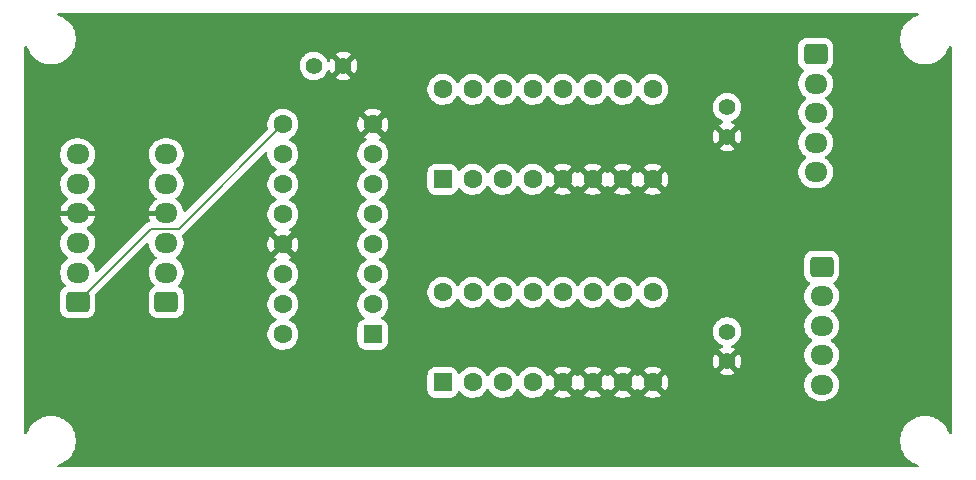
<source format=gbr>
%TF.GenerationSoftware,KiCad,Pcbnew,9.0.2*%
%TF.CreationDate,2025-06-11T22:07:17-07:00*%
%TF.ProjectId,driver,64726976-6572-42e6-9b69-6361645f7063,rev?*%
%TF.SameCoordinates,Original*%
%TF.FileFunction,Copper,L1,Top*%
%TF.FilePolarity,Positive*%
%FSLAX46Y46*%
G04 Gerber Fmt 4.6, Leading zero omitted, Abs format (unit mm)*
G04 Created by KiCad (PCBNEW 9.0.2) date 2025-06-11 22:07:17*
%MOMM*%
%LPD*%
G01*
G04 APERTURE LIST*
G04 Aperture macros list*
%AMRoundRect*
0 Rectangle with rounded corners*
0 $1 Rounding radius*
0 $2 $3 $4 $5 $6 $7 $8 $9 X,Y pos of 4 corners*
0 Add a 4 corners polygon primitive as box body*
4,1,4,$2,$3,$4,$5,$6,$7,$8,$9,$2,$3,0*
0 Add four circle primitives for the rounded corners*
1,1,$1+$1,$2,$3*
1,1,$1+$1,$4,$5*
1,1,$1+$1,$6,$7*
1,1,$1+$1,$8,$9*
0 Add four rect primitives between the rounded corners*
20,1,$1+$1,$2,$3,$4,$5,0*
20,1,$1+$1,$4,$5,$6,$7,0*
20,1,$1+$1,$6,$7,$8,$9,0*
20,1,$1+$1,$8,$9,$2,$3,0*%
G04 Aperture macros list end*
%TA.AperFunction,ComponentPad*%
%ADD10RoundRect,0.250000X0.550000X-0.550000X0.550000X0.550000X-0.550000X0.550000X-0.550000X-0.550000X0*%
%TD*%
%TA.AperFunction,ComponentPad*%
%ADD11C,1.600000*%
%TD*%
%TA.AperFunction,ComponentPad*%
%ADD12O,1.950000X1.700000*%
%TD*%
%TA.AperFunction,ComponentPad*%
%ADD13RoundRect,0.250000X-0.725000X0.600000X-0.725000X-0.600000X0.725000X-0.600000X0.725000X0.600000X0*%
%TD*%
%TA.AperFunction,ComponentPad*%
%ADD14RoundRect,0.250000X0.550000X0.550000X-0.550000X0.550000X-0.550000X-0.550000X0.550000X-0.550000X0*%
%TD*%
%TA.AperFunction,ComponentPad*%
%ADD15RoundRect,0.250000X0.725000X-0.600000X0.725000X0.600000X-0.725000X0.600000X-0.725000X-0.600000X0*%
%TD*%
%TA.AperFunction,ComponentPad*%
%ADD16C,1.400000*%
%TD*%
%TA.AperFunction,Conductor*%
%ADD17C,0.200000*%
%TD*%
G04 APERTURE END LIST*
D10*
%TO.P,U2,1,I1*%
%TO.N,Net-(U2-I1)*%
X135920000Y-131810000D03*
D11*
%TO.P,U2,2,I2*%
%TO.N,Net-(U2-I2)*%
X138460000Y-131810000D03*
%TO.P,U2,3,I3*%
%TO.N,Net-(U2-I3)*%
X141000000Y-131810000D03*
%TO.P,U2,4,I4*%
%TO.N,Net-(U2-I4)*%
X143540000Y-131810000D03*
%TO.P,U2,5,I5*%
%TO.N,GND*%
X146080000Y-131810000D03*
%TO.P,U2,6,I6*%
X148620000Y-131810000D03*
%TO.P,U2,7,I7*%
X151160000Y-131810000D03*
%TO.P,U2,8,GND*%
X153700000Y-131810000D03*
%TO.P,U2,9,COM*%
%TO.N,+12V*%
X153700000Y-124190000D03*
%TO.P,U2,10,O7*%
%TO.N,unconnected-(U2-O7-Pad10)*%
X151160000Y-124190000D03*
%TO.P,U2,11,O6*%
%TO.N,unconnected-(U2-O6-Pad11)*%
X148620000Y-124190000D03*
%TO.P,U2,12,O5*%
%TO.N,unconnected-(U2-O5-Pad12)*%
X146080000Y-124190000D03*
%TO.P,U2,13,O4*%
%TO.N,Net-(MOTOR1-Pin_4)*%
X143540000Y-124190000D03*
%TO.P,U2,14,O3*%
%TO.N,Net-(MOTOR1-Pin_3)*%
X141000000Y-124190000D03*
%TO.P,U2,15,O2*%
%TO.N,Net-(MOTOR1-Pin_2)*%
X138460000Y-124190000D03*
%TO.P,U2,16,O1*%
%TO.N,Net-(MOTOR1-Pin_1)*%
X135920000Y-124190000D03*
%TD*%
D10*
%TO.P,U1,1,I1*%
%TO.N,Net-(U1-I1)*%
X135920000Y-114620000D03*
D11*
%TO.P,U1,2,I2*%
%TO.N,Net-(U1-I2)*%
X138460000Y-114620000D03*
%TO.P,U1,3,I3*%
%TO.N,Net-(U1-I3)*%
X141000000Y-114620000D03*
%TO.P,U1,4,I4*%
%TO.N,Net-(U1-I4)*%
X143540000Y-114620000D03*
%TO.P,U1,5,I5*%
%TO.N,GND*%
X146080000Y-114620000D03*
%TO.P,U1,6,I6*%
X148620000Y-114620000D03*
%TO.P,U1,7,I7*%
X151160000Y-114620000D03*
%TO.P,U1,8,GND*%
X153700000Y-114620000D03*
%TO.P,U1,9,COM*%
%TO.N,+12V*%
X153700000Y-107000000D03*
%TO.P,U1,10,O7*%
%TO.N,unconnected-(U1-O7-Pad10)*%
X151160000Y-107000000D03*
%TO.P,U1,11,O6*%
%TO.N,unconnected-(U1-O6-Pad11)*%
X148620000Y-107000000D03*
%TO.P,U1,12,O5*%
%TO.N,unconnected-(U1-O5-Pad12)*%
X146080000Y-107000000D03*
%TO.P,U1,13,O4*%
%TO.N,Net-(MOTOR2-Pin_4)*%
X143540000Y-107000000D03*
%TO.P,U1,14,O3*%
%TO.N,Net-(MOTOR2-Pin_3)*%
X141000000Y-107000000D03*
%TO.P,U1,15,O2*%
%TO.N,Net-(MOTOR2-Pin_2)*%
X138460000Y-107000000D03*
%TO.P,U1,16,O1*%
%TO.N,Net-(MOTOR2-Pin_1)*%
X135920000Y-107000000D03*
%TD*%
D12*
%TO.P,MOTOR1,5,Pin_5*%
%TO.N,+12V*%
X168000000Y-132000000D03*
%TO.P,MOTOR1,4,Pin_4*%
%TO.N,Net-(MOTOR1-Pin_4)*%
X168000000Y-129500000D03*
%TO.P,MOTOR1,3,Pin_3*%
%TO.N,Net-(MOTOR1-Pin_3)*%
X168000000Y-127000000D03*
%TO.P,MOTOR1,2,Pin_2*%
%TO.N,Net-(MOTOR1-Pin_2)*%
X168000000Y-124500000D03*
D13*
%TO.P,MOTOR1,1,Pin_1*%
%TO.N,Net-(MOTOR1-Pin_1)*%
X168000000Y-122000000D03*
%TD*%
D14*
%TO.P,U3,1,QB*%
%TO.N,Net-(U2-I3)*%
X130000000Y-127740000D03*
D11*
%TO.P,U3,2,QC*%
%TO.N,Net-(U2-I2)*%
X130000000Y-125200000D03*
%TO.P,U3,3,QD*%
%TO.N,Net-(U2-I1)*%
X130000000Y-122660000D03*
%TO.P,U3,4,QE*%
%TO.N,Net-(U1-I4)*%
X130000000Y-120120000D03*
%TO.P,U3,5,QF*%
%TO.N,Net-(U1-I3)*%
X130000000Y-117580000D03*
%TO.P,U3,6,QG*%
%TO.N,Net-(U1-I2)*%
X130000000Y-115040000D03*
%TO.P,U3,7,QH*%
%TO.N,Net-(U1-I1)*%
X130000000Y-112500000D03*
%TO.P,U3,8,GND*%
%TO.N,GND*%
X130000000Y-109960000D03*
%TO.P,U3,9,QH'*%
%TO.N,Net-(OUT1-Pin_1)*%
X122380000Y-109960000D03*
%TO.P,U3,10,~{SRCLR}*%
%TO.N,+5V*%
X122380000Y-112500000D03*
%TO.P,U3,11,SRCLK*%
%TO.N,Net-(IN1-Pin_3)*%
X122380000Y-115040000D03*
%TO.P,U3,12,RCLK*%
%TO.N,Net-(IN1-Pin_2)*%
X122380000Y-117580000D03*
%TO.P,U3,13,~{OE}*%
%TO.N,GND*%
X122380000Y-120120000D03*
%TO.P,U3,14,SER*%
%TO.N,Net-(IN1-Pin_1)*%
X122380000Y-122660000D03*
%TO.P,U3,15,QA*%
%TO.N,Net-(U2-I4)*%
X122380000Y-125200000D03*
%TO.P,U3,16,VCC*%
%TO.N,+5V*%
X122380000Y-127740000D03*
%TD*%
D15*
%TO.P,OUT1,1,Pin_1*%
%TO.N,Net-(OUT1-Pin_1)*%
X105000000Y-125000000D03*
D12*
%TO.P,OUT1,2,Pin_2*%
%TO.N,Net-(IN1-Pin_2)*%
X105000000Y-122500000D03*
%TO.P,OUT1,3,Pin_3*%
%TO.N,Net-(IN1-Pin_3)*%
X105000000Y-120000000D03*
%TO.P,OUT1,4,Pin_4*%
%TO.N,GND*%
X105000000Y-117500000D03*
%TO.P,OUT1,5,Pin_5*%
%TO.N,+5V*%
X105000000Y-115000000D03*
%TO.P,OUT1,6,Pin_6*%
%TO.N,+12V*%
X105000000Y-112500000D03*
%TD*%
D16*
%TO.P,C2,2*%
%TO.N,GND*%
X160000000Y-111000000D03*
%TO.P,C2,1*%
%TO.N,+12V*%
X160000000Y-108500000D03*
%TD*%
D12*
%TO.P,IN1,6,Pin_6*%
%TO.N,+12V*%
X112500000Y-112500000D03*
%TO.P,IN1,5,Pin_5*%
%TO.N,+5V*%
X112500000Y-115000000D03*
%TO.P,IN1,4,Pin_4*%
%TO.N,GND*%
X112500000Y-117500000D03*
%TO.P,IN1,3,Pin_3*%
%TO.N,Net-(IN1-Pin_3)*%
X112500000Y-120000000D03*
%TO.P,IN1,2,Pin_2*%
%TO.N,Net-(IN1-Pin_2)*%
X112500000Y-122500000D03*
D15*
%TO.P,IN1,1,Pin_1*%
%TO.N,Net-(IN1-Pin_1)*%
X112500000Y-125000000D03*
%TD*%
D16*
%TO.P,C3,2*%
%TO.N,GND*%
X160000000Y-130000000D03*
%TO.P,C3,1*%
%TO.N,+12V*%
X160000000Y-127500000D03*
%TD*%
D12*
%TO.P,MOTOR2,5,Pin_5*%
%TO.N,+12V*%
X167500000Y-114000000D03*
%TO.P,MOTOR2,4,Pin_4*%
%TO.N,Net-(MOTOR2-Pin_4)*%
X167500000Y-111500000D03*
%TO.P,MOTOR2,3,Pin_3*%
%TO.N,Net-(MOTOR2-Pin_3)*%
X167500000Y-109000000D03*
%TO.P,MOTOR2,2,Pin_2*%
%TO.N,Net-(MOTOR2-Pin_2)*%
X167500000Y-106500000D03*
D13*
%TO.P,MOTOR2,1,Pin_1*%
%TO.N,Net-(MOTOR2-Pin_1)*%
X167500000Y-104000000D03*
%TD*%
D16*
%TO.P,C1,1*%
%TO.N,+5V*%
X125000000Y-105000000D03*
%TO.P,C1,2*%
%TO.N,GND*%
X127500000Y-105000000D03*
%TD*%
D17*
%TO.N,Net-(OUT1-Pin_1)*%
X105000000Y-125000000D02*
X111224000Y-118776000D01*
X111224000Y-118776000D02*
X113564000Y-118776000D01*
X113564000Y-118776000D02*
X122380000Y-109960000D01*
%TD*%
%TA.AperFunction,Conductor*%
%TO.N,GND*%
G36*
X176154704Y-100520185D02*
G01*
X176200459Y-100572989D01*
X176210403Y-100642147D01*
X176181378Y-100705703D01*
X176122600Y-100743477D01*
X176119758Y-100744275D01*
X176073369Y-100756704D01*
X175818982Y-100862075D01*
X175818971Y-100862080D01*
X175580516Y-100999754D01*
X175362073Y-101167370D01*
X175362066Y-101167376D01*
X175167376Y-101362066D01*
X175167370Y-101362073D01*
X174999754Y-101580516D01*
X174862080Y-101818971D01*
X174862075Y-101818982D01*
X174756704Y-102073369D01*
X174685441Y-102339331D01*
X174685438Y-102339344D01*
X174649501Y-102612315D01*
X174649500Y-102612332D01*
X174649500Y-102887667D01*
X174649501Y-102887684D01*
X174685438Y-103160655D01*
X174685439Y-103160660D01*
X174685440Y-103160666D01*
X174708628Y-103247204D01*
X174756704Y-103426630D01*
X174862075Y-103681017D01*
X174862080Y-103681028D01*
X174944861Y-103824407D01*
X174999751Y-103919479D01*
X174999753Y-103919482D01*
X174999754Y-103919483D01*
X175167370Y-104137926D01*
X175167376Y-104137933D01*
X175362066Y-104332623D01*
X175362073Y-104332629D01*
X175411819Y-104370800D01*
X175580521Y-104500249D01*
X175733778Y-104588732D01*
X175818971Y-104637919D01*
X175818976Y-104637921D01*
X175818979Y-104637923D01*
X176073368Y-104743295D01*
X176339334Y-104814560D01*
X176612326Y-104850500D01*
X176612333Y-104850500D01*
X176887667Y-104850500D01*
X176887674Y-104850500D01*
X177160666Y-104814560D01*
X177426632Y-104743295D01*
X177681021Y-104637923D01*
X177919479Y-104500249D01*
X178137928Y-104332628D01*
X178332628Y-104137928D01*
X178500249Y-103919479D01*
X178637923Y-103681021D01*
X178743295Y-103426632D01*
X178755725Y-103380239D01*
X178792090Y-103320581D01*
X178854936Y-103290051D01*
X178924312Y-103298345D01*
X178978190Y-103342830D01*
X178999465Y-103409382D01*
X178999500Y-103412334D01*
X178999500Y-136087665D01*
X178979815Y-136154704D01*
X178927011Y-136200459D01*
X178857853Y-136210403D01*
X178794297Y-136181378D01*
X178756523Y-136122600D01*
X178755725Y-136119758D01*
X178743295Y-136073368D01*
X178637923Y-135818979D01*
X178637921Y-135818976D01*
X178637919Y-135818971D01*
X178588732Y-135733778D01*
X178500249Y-135580521D01*
X178332628Y-135362072D01*
X178332623Y-135362066D01*
X178137933Y-135167376D01*
X178137926Y-135167370D01*
X177919483Y-134999754D01*
X177919482Y-134999753D01*
X177919479Y-134999751D01*
X177824407Y-134944861D01*
X177681028Y-134862080D01*
X177681017Y-134862075D01*
X177426630Y-134756704D01*
X177293649Y-134721072D01*
X177160666Y-134685440D01*
X177160660Y-134685439D01*
X177160655Y-134685438D01*
X176887684Y-134649501D01*
X176887679Y-134649500D01*
X176887674Y-134649500D01*
X176612326Y-134649500D01*
X176612320Y-134649500D01*
X176612315Y-134649501D01*
X176339344Y-134685438D01*
X176339337Y-134685439D01*
X176339334Y-134685440D01*
X176283125Y-134700500D01*
X176073369Y-134756704D01*
X175818982Y-134862075D01*
X175818971Y-134862080D01*
X175580516Y-134999754D01*
X175362073Y-135167370D01*
X175362066Y-135167376D01*
X175167376Y-135362066D01*
X175167370Y-135362073D01*
X174999754Y-135580516D01*
X174862080Y-135818971D01*
X174862075Y-135818982D01*
X174756704Y-136073369D01*
X174685441Y-136339331D01*
X174685438Y-136339344D01*
X174649501Y-136612315D01*
X174649500Y-136612332D01*
X174649500Y-136887667D01*
X174649501Y-136887684D01*
X174685438Y-137160655D01*
X174685439Y-137160660D01*
X174685440Y-137160666D01*
X174685441Y-137160668D01*
X174756704Y-137426630D01*
X174862075Y-137681017D01*
X174862080Y-137681028D01*
X174944861Y-137824407D01*
X174999751Y-137919479D01*
X174999753Y-137919482D01*
X174999754Y-137919483D01*
X175167370Y-138137926D01*
X175167376Y-138137933D01*
X175362066Y-138332623D01*
X175362072Y-138332628D01*
X175580521Y-138500249D01*
X175733778Y-138588732D01*
X175818971Y-138637919D01*
X175818976Y-138637921D01*
X175818979Y-138637923D01*
X176073368Y-138743295D01*
X176119758Y-138755725D01*
X176179419Y-138792090D01*
X176209948Y-138854937D01*
X176201653Y-138924313D01*
X176157168Y-138978190D01*
X176090616Y-138999465D01*
X176087665Y-138999500D01*
X103412335Y-138999500D01*
X103345296Y-138979815D01*
X103299541Y-138927011D01*
X103289597Y-138857853D01*
X103318622Y-138794297D01*
X103377400Y-138756523D01*
X103380242Y-138755725D01*
X103426632Y-138743295D01*
X103681021Y-138637923D01*
X103919479Y-138500249D01*
X104137928Y-138332628D01*
X104332628Y-138137928D01*
X104500249Y-137919479D01*
X104637923Y-137681021D01*
X104743295Y-137426632D01*
X104814560Y-137160666D01*
X104850500Y-136887674D01*
X104850500Y-136612326D01*
X104814560Y-136339334D01*
X104743295Y-136073368D01*
X104637923Y-135818979D01*
X104637921Y-135818976D01*
X104637919Y-135818971D01*
X104588732Y-135733778D01*
X104500249Y-135580521D01*
X104332628Y-135362072D01*
X104332623Y-135362066D01*
X104137933Y-135167376D01*
X104137926Y-135167370D01*
X103919483Y-134999754D01*
X103919482Y-134999753D01*
X103919479Y-134999751D01*
X103824407Y-134944861D01*
X103681028Y-134862080D01*
X103681017Y-134862075D01*
X103426630Y-134756704D01*
X103293649Y-134721072D01*
X103160666Y-134685440D01*
X103160660Y-134685439D01*
X103160655Y-134685438D01*
X102887684Y-134649501D01*
X102887679Y-134649500D01*
X102887674Y-134649500D01*
X102612326Y-134649500D01*
X102612320Y-134649500D01*
X102612315Y-134649501D01*
X102339344Y-134685438D01*
X102339337Y-134685439D01*
X102339334Y-134685440D01*
X102283125Y-134700500D01*
X102073369Y-134756704D01*
X101818982Y-134862075D01*
X101818971Y-134862080D01*
X101580516Y-134999754D01*
X101362073Y-135167370D01*
X101362066Y-135167376D01*
X101167376Y-135362066D01*
X101167370Y-135362073D01*
X100999754Y-135580516D01*
X100862080Y-135818971D01*
X100862075Y-135818982D01*
X100756704Y-136073369D01*
X100744275Y-136119758D01*
X100707910Y-136179419D01*
X100645063Y-136209948D01*
X100575687Y-136201653D01*
X100521810Y-136157168D01*
X100500535Y-136090616D01*
X100500500Y-136087665D01*
X100500500Y-131209983D01*
X134619500Y-131209983D01*
X134619500Y-132410001D01*
X134619501Y-132410018D01*
X134630000Y-132512796D01*
X134630001Y-132512799D01*
X134646818Y-132563548D01*
X134685186Y-132679334D01*
X134777288Y-132828656D01*
X134901344Y-132952712D01*
X135050666Y-133044814D01*
X135217203Y-133099999D01*
X135319991Y-133110500D01*
X136520008Y-133110499D01*
X136622797Y-133099999D01*
X136789334Y-133044814D01*
X136938656Y-132952712D01*
X137062712Y-132828656D01*
X137154814Y-132679334D01*
X137181955Y-132597427D01*
X137221726Y-132539984D01*
X137286242Y-132513161D01*
X137355018Y-132525476D01*
X137399977Y-132563547D01*
X137468030Y-132657213D01*
X137468034Y-132657219D01*
X137612786Y-132801971D01*
X137719900Y-132879792D01*
X137778390Y-132922287D01*
X137894607Y-132981503D01*
X137960776Y-133015218D01*
X137960778Y-133015218D01*
X137960781Y-133015220D01*
X138006605Y-133030109D01*
X138155465Y-133078477D01*
X138256557Y-133094488D01*
X138357648Y-133110500D01*
X138357649Y-133110500D01*
X138562351Y-133110500D01*
X138562352Y-133110500D01*
X138764534Y-133078477D01*
X138959219Y-133015220D01*
X139141610Y-132922287D01*
X139270482Y-132828657D01*
X139307213Y-132801971D01*
X139307215Y-132801968D01*
X139307219Y-132801966D01*
X139451966Y-132657219D01*
X139451968Y-132657215D01*
X139451971Y-132657213D01*
X139572284Y-132491614D01*
X139572286Y-132491611D01*
X139572287Y-132491610D01*
X139619516Y-132398917D01*
X139667489Y-132348123D01*
X139735310Y-132331328D01*
X139801445Y-132353865D01*
X139840483Y-132398917D01*
X139846140Y-132410018D01*
X139887715Y-132491614D01*
X140008028Y-132657213D01*
X140152786Y-132801971D01*
X140259900Y-132879792D01*
X140318390Y-132922287D01*
X140434607Y-132981503D01*
X140500776Y-133015218D01*
X140500778Y-133015218D01*
X140500781Y-133015220D01*
X140546605Y-133030109D01*
X140695465Y-133078477D01*
X140796557Y-133094488D01*
X140897648Y-133110500D01*
X140897649Y-133110500D01*
X141102351Y-133110500D01*
X141102352Y-133110500D01*
X141304534Y-133078477D01*
X141499219Y-133015220D01*
X141681610Y-132922287D01*
X141810482Y-132828657D01*
X141847213Y-132801971D01*
X141847215Y-132801968D01*
X141847219Y-132801966D01*
X141991966Y-132657219D01*
X141991968Y-132657215D01*
X141991971Y-132657213D01*
X142112284Y-132491614D01*
X142112286Y-132491611D01*
X142112287Y-132491610D01*
X142159516Y-132398917D01*
X142207489Y-132348123D01*
X142275310Y-132331328D01*
X142341445Y-132353865D01*
X142380483Y-132398917D01*
X142386140Y-132410018D01*
X142427715Y-132491614D01*
X142548028Y-132657213D01*
X142692786Y-132801971D01*
X142799900Y-132879792D01*
X142858390Y-132922287D01*
X142974607Y-132981503D01*
X143040776Y-133015218D01*
X143040778Y-133015218D01*
X143040781Y-133015220D01*
X143086605Y-133030109D01*
X143235465Y-133078477D01*
X143336557Y-133094488D01*
X143437648Y-133110500D01*
X143437649Y-133110500D01*
X143642351Y-133110500D01*
X143642352Y-133110500D01*
X143844534Y-133078477D01*
X144039219Y-133015220D01*
X144221610Y-132922287D01*
X144350482Y-132828657D01*
X144387213Y-132801971D01*
X144387215Y-132801968D01*
X144387219Y-132801966D01*
X144531966Y-132657219D01*
X144531968Y-132657215D01*
X144531971Y-132657213D01*
X144636894Y-132512797D01*
X144652287Y-132491610D01*
X144699795Y-132398369D01*
X144747769Y-132347573D01*
X144815590Y-132330778D01*
X144881725Y-132353315D01*
X144920765Y-132398369D01*
X144968141Y-132491350D01*
X144968147Y-132491359D01*
X145000523Y-132535921D01*
X145000524Y-132535922D01*
X145680000Y-131856446D01*
X145680000Y-131862661D01*
X145707259Y-131964394D01*
X145759920Y-132055606D01*
X145834394Y-132130080D01*
X145925606Y-132182741D01*
X146027339Y-132210000D01*
X146033553Y-132210000D01*
X145354076Y-132889474D01*
X145398650Y-132921859D01*
X145580968Y-133014755D01*
X145775582Y-133077990D01*
X145977683Y-133110000D01*
X146182317Y-133110000D01*
X146384417Y-133077990D01*
X146579031Y-133014755D01*
X146761349Y-132921859D01*
X146805921Y-132889474D01*
X146126447Y-132210000D01*
X146132661Y-132210000D01*
X146234394Y-132182741D01*
X146325606Y-132130080D01*
X146400080Y-132055606D01*
X146452741Y-131964394D01*
X146480000Y-131862661D01*
X146480000Y-131856447D01*
X147159474Y-132535921D01*
X147191861Y-132491347D01*
X147191861Y-132491346D01*
X147239515Y-132397820D01*
X147287489Y-132347024D01*
X147355310Y-132330228D01*
X147421445Y-132352765D01*
X147460485Y-132397819D01*
X147508141Y-132491350D01*
X147508147Y-132491359D01*
X147540523Y-132535921D01*
X147540524Y-132535922D01*
X148220000Y-131856446D01*
X148220000Y-131862661D01*
X148247259Y-131964394D01*
X148299920Y-132055606D01*
X148374394Y-132130080D01*
X148465606Y-132182741D01*
X148567339Y-132210000D01*
X148573553Y-132210000D01*
X147894076Y-132889474D01*
X147938650Y-132921859D01*
X148120968Y-133014755D01*
X148315582Y-133077990D01*
X148517683Y-133110000D01*
X148722317Y-133110000D01*
X148924417Y-133077990D01*
X149119031Y-133014755D01*
X149301349Y-132921859D01*
X149345921Y-132889474D01*
X148666447Y-132210000D01*
X148672661Y-132210000D01*
X148774394Y-132182741D01*
X148865606Y-132130080D01*
X148940080Y-132055606D01*
X148992741Y-131964394D01*
X149020000Y-131862661D01*
X149020000Y-131856448D01*
X149699474Y-132535922D01*
X149699474Y-132535921D01*
X149731861Y-132491347D01*
X149731861Y-132491346D01*
X149779515Y-132397820D01*
X149827489Y-132347024D01*
X149895310Y-132330228D01*
X149961445Y-132352765D01*
X150000485Y-132397819D01*
X150048141Y-132491350D01*
X150048147Y-132491359D01*
X150080523Y-132535921D01*
X150080524Y-132535922D01*
X150760000Y-131856446D01*
X150760000Y-131862661D01*
X150787259Y-131964394D01*
X150839920Y-132055606D01*
X150914394Y-132130080D01*
X151005606Y-132182741D01*
X151107339Y-132210000D01*
X151113553Y-132210000D01*
X150434076Y-132889474D01*
X150478650Y-132921859D01*
X150660968Y-133014755D01*
X150855582Y-133077990D01*
X151057683Y-133110000D01*
X151262317Y-133110000D01*
X151464417Y-133077990D01*
X151659031Y-133014755D01*
X151841349Y-132921859D01*
X151885921Y-132889474D01*
X151206447Y-132210000D01*
X151212661Y-132210000D01*
X151314394Y-132182741D01*
X151405606Y-132130080D01*
X151480080Y-132055606D01*
X151532741Y-131964394D01*
X151560000Y-131862661D01*
X151560000Y-131856448D01*
X152239474Y-132535922D01*
X152239474Y-132535921D01*
X152271861Y-132491347D01*
X152271861Y-132491346D01*
X152319515Y-132397820D01*
X152367489Y-132347024D01*
X152435310Y-132330228D01*
X152501445Y-132352765D01*
X152540485Y-132397819D01*
X152588141Y-132491350D01*
X152588147Y-132491359D01*
X152620523Y-132535921D01*
X152620524Y-132535922D01*
X153300000Y-131856446D01*
X153300000Y-131862661D01*
X153327259Y-131964394D01*
X153379920Y-132055606D01*
X153454394Y-132130080D01*
X153545606Y-132182741D01*
X153647339Y-132210000D01*
X153653553Y-132210000D01*
X152974076Y-132889474D01*
X153018650Y-132921859D01*
X153200968Y-133014755D01*
X153395582Y-133077990D01*
X153597683Y-133110000D01*
X153802317Y-133110000D01*
X154004417Y-133077990D01*
X154199031Y-133014755D01*
X154381349Y-132921859D01*
X154425921Y-132889474D01*
X153746447Y-132210000D01*
X153752661Y-132210000D01*
X153854394Y-132182741D01*
X153945606Y-132130080D01*
X154020080Y-132055606D01*
X154072741Y-131964394D01*
X154100000Y-131862661D01*
X154100000Y-131856447D01*
X154779474Y-132535921D01*
X154811859Y-132491349D01*
X154904755Y-132309031D01*
X154967990Y-132114417D01*
X155000000Y-131912317D01*
X155000000Y-131707682D01*
X154967990Y-131505582D01*
X154904755Y-131310968D01*
X154811859Y-131128650D01*
X154779474Y-131084077D01*
X154779474Y-131084076D01*
X154100000Y-131763551D01*
X154100000Y-131757339D01*
X154072741Y-131655606D01*
X154020080Y-131564394D01*
X153945606Y-131489920D01*
X153854394Y-131437259D01*
X153752661Y-131410000D01*
X153746446Y-131410000D01*
X154148564Y-131007882D01*
X159345669Y-131007882D01*
X159345670Y-131007883D01*
X159371059Y-131026329D01*
X159539362Y-131112085D01*
X159718997Y-131170451D01*
X159905553Y-131200000D01*
X160094447Y-131200000D01*
X160281002Y-131170451D01*
X160460637Y-131112085D01*
X160628937Y-131026331D01*
X160654328Y-131007883D01*
X160654328Y-131007882D01*
X160000001Y-130353554D01*
X160000000Y-130353554D01*
X159345669Y-131007882D01*
X154148564Y-131007882D01*
X154425922Y-130730524D01*
X154425921Y-130730523D01*
X154381359Y-130698147D01*
X154381350Y-130698141D01*
X154199031Y-130605244D01*
X154004417Y-130542009D01*
X153802317Y-130510000D01*
X153597683Y-130510000D01*
X153395582Y-130542009D01*
X153200968Y-130605244D01*
X153018644Y-130698143D01*
X152974077Y-130730523D01*
X152974077Y-130730524D01*
X153653554Y-131410000D01*
X153647339Y-131410000D01*
X153545606Y-131437259D01*
X153454394Y-131489920D01*
X153379920Y-131564394D01*
X153327259Y-131655606D01*
X153300000Y-131757339D01*
X153300000Y-131763553D01*
X152620524Y-131084077D01*
X152620523Y-131084077D01*
X152588143Y-131128644D01*
X152540485Y-131222180D01*
X152492510Y-131272976D01*
X152424689Y-131289771D01*
X152358554Y-131267233D01*
X152319515Y-131222180D01*
X152271859Y-131128650D01*
X152239474Y-131084077D01*
X152239474Y-131084076D01*
X151560000Y-131763551D01*
X151560000Y-131757339D01*
X151532741Y-131655606D01*
X151480080Y-131564394D01*
X151405606Y-131489920D01*
X151314394Y-131437259D01*
X151212661Y-131410000D01*
X151206446Y-131410000D01*
X151885922Y-130730524D01*
X151885921Y-130730523D01*
X151841359Y-130698147D01*
X151841350Y-130698141D01*
X151659031Y-130605244D01*
X151464417Y-130542009D01*
X151262317Y-130510000D01*
X151057683Y-130510000D01*
X150855582Y-130542009D01*
X150660968Y-130605244D01*
X150478644Y-130698143D01*
X150434077Y-130730523D01*
X150434077Y-130730524D01*
X151113554Y-131410000D01*
X151107339Y-131410000D01*
X151005606Y-131437259D01*
X150914394Y-131489920D01*
X150839920Y-131564394D01*
X150787259Y-131655606D01*
X150760000Y-131757339D01*
X150760000Y-131763553D01*
X150080524Y-131084077D01*
X150080523Y-131084077D01*
X150048143Y-131128644D01*
X150000485Y-131222180D01*
X149952510Y-131272976D01*
X149884689Y-131289771D01*
X149818554Y-131267233D01*
X149779515Y-131222180D01*
X149731859Y-131128650D01*
X149699474Y-131084077D01*
X149699474Y-131084076D01*
X149020000Y-131763551D01*
X149020000Y-131757339D01*
X148992741Y-131655606D01*
X148940080Y-131564394D01*
X148865606Y-131489920D01*
X148774394Y-131437259D01*
X148672661Y-131410000D01*
X148666446Y-131410000D01*
X149345922Y-130730524D01*
X149345921Y-130730523D01*
X149301359Y-130698147D01*
X149301350Y-130698141D01*
X149119031Y-130605244D01*
X148924417Y-130542009D01*
X148722317Y-130510000D01*
X148517683Y-130510000D01*
X148315582Y-130542009D01*
X148120968Y-130605244D01*
X147938644Y-130698143D01*
X147894077Y-130730523D01*
X147894077Y-130730524D01*
X148573554Y-131410000D01*
X148567339Y-131410000D01*
X148465606Y-131437259D01*
X148374394Y-131489920D01*
X148299920Y-131564394D01*
X148247259Y-131655606D01*
X148220000Y-131757339D01*
X148220000Y-131763553D01*
X147540524Y-131084077D01*
X147540523Y-131084077D01*
X147508143Y-131128644D01*
X147460485Y-131222180D01*
X147412510Y-131272976D01*
X147344689Y-131289771D01*
X147278554Y-131267233D01*
X147239515Y-131222180D01*
X147191859Y-131128650D01*
X147159474Y-131084077D01*
X147159474Y-131084076D01*
X146480000Y-131763551D01*
X146480000Y-131757339D01*
X146452741Y-131655606D01*
X146400080Y-131564394D01*
X146325606Y-131489920D01*
X146234394Y-131437259D01*
X146132661Y-131410000D01*
X146126446Y-131410000D01*
X146805922Y-130730524D01*
X146805921Y-130730523D01*
X146761359Y-130698147D01*
X146761350Y-130698141D01*
X146579031Y-130605244D01*
X146384417Y-130542009D01*
X146182317Y-130510000D01*
X145977683Y-130510000D01*
X145775582Y-130542009D01*
X145580968Y-130605244D01*
X145398644Y-130698143D01*
X145354077Y-130730523D01*
X145354077Y-130730524D01*
X146033554Y-131410000D01*
X146027339Y-131410000D01*
X145925606Y-131437259D01*
X145834394Y-131489920D01*
X145759920Y-131564394D01*
X145707259Y-131655606D01*
X145680000Y-131757339D01*
X145680000Y-131763553D01*
X145000524Y-131084077D01*
X145000523Y-131084077D01*
X144968143Y-131128644D01*
X144920765Y-131221630D01*
X144872790Y-131272426D01*
X144804969Y-131289221D01*
X144738834Y-131266683D01*
X144699795Y-131221630D01*
X144652284Y-131128385D01*
X144531971Y-130962786D01*
X144387213Y-130818028D01*
X144221613Y-130697715D01*
X144221612Y-130697714D01*
X144221610Y-130697713D01*
X144154620Y-130663580D01*
X144039223Y-130604781D01*
X143844534Y-130541522D01*
X143669995Y-130513878D01*
X143642352Y-130509500D01*
X143437648Y-130509500D01*
X143413329Y-130513351D01*
X143235465Y-130541522D01*
X143040776Y-130604781D01*
X142858386Y-130697715D01*
X142692786Y-130818028D01*
X142548028Y-130962786D01*
X142427715Y-131128386D01*
X142380485Y-131221080D01*
X142332510Y-131271876D01*
X142264689Y-131288671D01*
X142198554Y-131266134D01*
X142159515Y-131221080D01*
X142112419Y-131128650D01*
X142112287Y-131128390D01*
X142080092Y-131084077D01*
X141991971Y-130962786D01*
X141847213Y-130818028D01*
X141681613Y-130697715D01*
X141681612Y-130697714D01*
X141681610Y-130697713D01*
X141614620Y-130663580D01*
X141499223Y-130604781D01*
X141304534Y-130541522D01*
X141129995Y-130513878D01*
X141102352Y-130509500D01*
X140897648Y-130509500D01*
X140873329Y-130513351D01*
X140695465Y-130541522D01*
X140500776Y-130604781D01*
X140318386Y-130697715D01*
X140152786Y-130818028D01*
X140008028Y-130962786D01*
X139887715Y-131128386D01*
X139840485Y-131221080D01*
X139792510Y-131271876D01*
X139724689Y-131288671D01*
X139658554Y-131266134D01*
X139619515Y-131221080D01*
X139572419Y-131128650D01*
X139572287Y-131128390D01*
X139540092Y-131084077D01*
X139451971Y-130962786D01*
X139307213Y-130818028D01*
X139141613Y-130697715D01*
X139141612Y-130697714D01*
X139141610Y-130697713D01*
X139074620Y-130663580D01*
X138959223Y-130604781D01*
X138764534Y-130541522D01*
X138589995Y-130513878D01*
X138562352Y-130509500D01*
X138357648Y-130509500D01*
X138333329Y-130513351D01*
X138155465Y-130541522D01*
X137960776Y-130604781D01*
X137778386Y-130697715D01*
X137612786Y-130818028D01*
X137468032Y-130962782D01*
X137468028Y-130962787D01*
X137399978Y-131056451D01*
X137344648Y-131099117D01*
X137275035Y-131105096D01*
X137213240Y-131072490D01*
X137181954Y-131022570D01*
X137154814Y-130940666D01*
X137062712Y-130791344D01*
X136938656Y-130667288D01*
X136789334Y-130575186D01*
X136622797Y-130520001D01*
X136622795Y-130520000D01*
X136520010Y-130509500D01*
X135319998Y-130509500D01*
X135319981Y-130509501D01*
X135217203Y-130520000D01*
X135217200Y-130520001D01*
X135050668Y-130575185D01*
X135050663Y-130575187D01*
X134901342Y-130667289D01*
X134777289Y-130791342D01*
X134685187Y-130940663D01*
X134685186Y-130940666D01*
X134630001Y-131107203D01*
X134630001Y-131107204D01*
X134630000Y-131107204D01*
X134619500Y-131209983D01*
X100500500Y-131209983D01*
X100500500Y-129905552D01*
X158800000Y-129905552D01*
X158800000Y-130094447D01*
X158829548Y-130281002D01*
X158887914Y-130460637D01*
X158973666Y-130628933D01*
X158992116Y-130654328D01*
X159646446Y-130000000D01*
X159646446Y-129999999D01*
X159600369Y-129953922D01*
X159650000Y-129953922D01*
X159650000Y-130046078D01*
X159673852Y-130135095D01*
X159719930Y-130214905D01*
X159785095Y-130280070D01*
X159864905Y-130326148D01*
X159953922Y-130350000D01*
X160046078Y-130350000D01*
X160135095Y-130326148D01*
X160214905Y-130280070D01*
X160280070Y-130214905D01*
X160326148Y-130135095D01*
X160350000Y-130046078D01*
X160350000Y-129999999D01*
X160353554Y-129999999D01*
X160353554Y-130000000D01*
X161007882Y-130654328D01*
X161007883Y-130654328D01*
X161026331Y-130628937D01*
X161112085Y-130460637D01*
X161170451Y-130281002D01*
X161200000Y-130094447D01*
X161200000Y-129905552D01*
X161170451Y-129718997D01*
X161112085Y-129539362D01*
X161026329Y-129371059D01*
X161007883Y-129345670D01*
X161007882Y-129345669D01*
X160353554Y-129999999D01*
X160350000Y-129999999D01*
X160350000Y-129953922D01*
X160326148Y-129864905D01*
X160280070Y-129785095D01*
X160214905Y-129719930D01*
X160135095Y-129673852D01*
X160046078Y-129650000D01*
X159953922Y-129650000D01*
X159864905Y-129673852D01*
X159785095Y-129719930D01*
X159719930Y-129785095D01*
X159673852Y-129864905D01*
X159650000Y-129953922D01*
X159600369Y-129953922D01*
X158992116Y-129345669D01*
X158992116Y-129345670D01*
X158973669Y-129371060D01*
X158887914Y-129539362D01*
X158829548Y-129718997D01*
X158800000Y-129905552D01*
X100500500Y-129905552D01*
X100500500Y-112393713D01*
X103524500Y-112393713D01*
X103524500Y-112606286D01*
X103554387Y-112794989D01*
X103557754Y-112816243D01*
X103607678Y-112969894D01*
X103623444Y-113018414D01*
X103719951Y-113207820D01*
X103844890Y-113379786D01*
X103995209Y-113530105D01*
X103995214Y-113530109D01*
X104159793Y-113649682D01*
X104202459Y-113705011D01*
X104208438Y-113774625D01*
X104175833Y-113836420D01*
X104159793Y-113850318D01*
X103995214Y-113969890D01*
X103995209Y-113969894D01*
X103844890Y-114120213D01*
X103719951Y-114292179D01*
X103623444Y-114481585D01*
X103557753Y-114683760D01*
X103551641Y-114722352D01*
X103524500Y-114893713D01*
X103524500Y-115106287D01*
X103526548Y-115119219D01*
X103555436Y-115301611D01*
X103557754Y-115316243D01*
X103606809Y-115467219D01*
X103623444Y-115518414D01*
X103719951Y-115707820D01*
X103844890Y-115879786D01*
X103995209Y-116030105D01*
X103995214Y-116030109D01*
X104160218Y-116149991D01*
X104202884Y-116205320D01*
X104208863Y-116274934D01*
X104176258Y-116336729D01*
X104160218Y-116350627D01*
X103995540Y-116470272D01*
X103995535Y-116470276D01*
X103845276Y-116620535D01*
X103845272Y-116620540D01*
X103720379Y-116792442D01*
X103623904Y-116981782D01*
X103558242Y-117183870D01*
X103558242Y-117183873D01*
X103547769Y-117250000D01*
X104595854Y-117250000D01*
X104557370Y-117316657D01*
X104525000Y-117437465D01*
X104525000Y-117562535D01*
X104557370Y-117683343D01*
X104595854Y-117750000D01*
X103547769Y-117750000D01*
X103558242Y-117816126D01*
X103558242Y-117816129D01*
X103623904Y-118018217D01*
X103720379Y-118207557D01*
X103845272Y-118379459D01*
X103845276Y-118379464D01*
X103995535Y-118529723D01*
X103995540Y-118529727D01*
X104160218Y-118649372D01*
X104202884Y-118704701D01*
X104208863Y-118774315D01*
X104176258Y-118836110D01*
X104160218Y-118850008D01*
X103995214Y-118969890D01*
X103995209Y-118969894D01*
X103844890Y-119120213D01*
X103719951Y-119292179D01*
X103623444Y-119481585D01*
X103557753Y-119683760D01*
X103524500Y-119893713D01*
X103524500Y-120106286D01*
X103551125Y-120274394D01*
X103557754Y-120316243D01*
X103608867Y-120473553D01*
X103623444Y-120518414D01*
X103719951Y-120707820D01*
X103844890Y-120879786D01*
X103995209Y-121030105D01*
X103995214Y-121030109D01*
X104159793Y-121149682D01*
X104202459Y-121205011D01*
X104208438Y-121274625D01*
X104175833Y-121336420D01*
X104159793Y-121350318D01*
X103995214Y-121469890D01*
X103995209Y-121469894D01*
X103844890Y-121620213D01*
X103719951Y-121792179D01*
X103623444Y-121981585D01*
X103557753Y-122183760D01*
X103530558Y-122355465D01*
X103524500Y-122393713D01*
X103524500Y-122606287D01*
X103557754Y-122816243D01*
X103612515Y-122984780D01*
X103623444Y-123018414D01*
X103719951Y-123207820D01*
X103844890Y-123379786D01*
X103983705Y-123518601D01*
X104017190Y-123579924D01*
X104012206Y-123649616D01*
X103970334Y-123705549D01*
X103961121Y-123711821D01*
X103806342Y-123807289D01*
X103682289Y-123931342D01*
X103590187Y-124080663D01*
X103590186Y-124080666D01*
X103535001Y-124247203D01*
X103535001Y-124247204D01*
X103535000Y-124247204D01*
X103524500Y-124349983D01*
X103524500Y-125650001D01*
X103524501Y-125650018D01*
X103535000Y-125752796D01*
X103535001Y-125752799D01*
X103577685Y-125881610D01*
X103590186Y-125919334D01*
X103682288Y-126068656D01*
X103806344Y-126192712D01*
X103955666Y-126284814D01*
X104122203Y-126339999D01*
X104224991Y-126350500D01*
X105775008Y-126350499D01*
X105877797Y-126339999D01*
X106044334Y-126284814D01*
X106193656Y-126192712D01*
X106317712Y-126068656D01*
X106409814Y-125919334D01*
X106464999Y-125752797D01*
X106475500Y-125650009D01*
X106475499Y-124425095D01*
X106495184Y-124358057D01*
X106511813Y-124337420D01*
X110813922Y-120035311D01*
X110875243Y-120001828D01*
X110944935Y-120006812D01*
X111000868Y-120048684D01*
X111024074Y-120103596D01*
X111051125Y-120274394D01*
X111057754Y-120316243D01*
X111108867Y-120473553D01*
X111123444Y-120518414D01*
X111219951Y-120707820D01*
X111344890Y-120879786D01*
X111495209Y-121030105D01*
X111495214Y-121030109D01*
X111659793Y-121149682D01*
X111702459Y-121205011D01*
X111708438Y-121274625D01*
X111675833Y-121336420D01*
X111659793Y-121350318D01*
X111495214Y-121469890D01*
X111495209Y-121469894D01*
X111344890Y-121620213D01*
X111219951Y-121792179D01*
X111123444Y-121981585D01*
X111057753Y-122183760D01*
X111030558Y-122355465D01*
X111024500Y-122393713D01*
X111024500Y-122606287D01*
X111057754Y-122816243D01*
X111112515Y-122984780D01*
X111123444Y-123018414D01*
X111219951Y-123207820D01*
X111344890Y-123379786D01*
X111483705Y-123518601D01*
X111517190Y-123579924D01*
X111512206Y-123649616D01*
X111470334Y-123705549D01*
X111461121Y-123711821D01*
X111306342Y-123807289D01*
X111182289Y-123931342D01*
X111090187Y-124080663D01*
X111090186Y-124080666D01*
X111035001Y-124247203D01*
X111035001Y-124247204D01*
X111035000Y-124247204D01*
X111024500Y-124349983D01*
X111024500Y-125650001D01*
X111024501Y-125650018D01*
X111035000Y-125752796D01*
X111035001Y-125752799D01*
X111077685Y-125881610D01*
X111090186Y-125919334D01*
X111182288Y-126068656D01*
X111306344Y-126192712D01*
X111455666Y-126284814D01*
X111622203Y-126339999D01*
X111724991Y-126350500D01*
X113275008Y-126350499D01*
X113377797Y-126339999D01*
X113544334Y-126284814D01*
X113693656Y-126192712D01*
X113817712Y-126068656D01*
X113909814Y-125919334D01*
X113964999Y-125752797D01*
X113975500Y-125650009D01*
X113975499Y-124349992D01*
X113964999Y-124247203D01*
X113909814Y-124080666D01*
X113817712Y-123931344D01*
X113693656Y-123807288D01*
X113544334Y-123715186D01*
X113544333Y-123715185D01*
X113538878Y-123711821D01*
X113492154Y-123659873D01*
X113480931Y-123590910D01*
X113508775Y-123526828D01*
X113516272Y-123518623D01*
X113655104Y-123379792D01*
X113682843Y-123341613D01*
X113780048Y-123207820D01*
X113780047Y-123207820D01*
X113780051Y-123207816D01*
X113876557Y-123018412D01*
X113942246Y-122816243D01*
X113975500Y-122606287D01*
X113975500Y-122393713D01*
X113942246Y-122183757D01*
X113876557Y-121981588D01*
X113780051Y-121792184D01*
X113780049Y-121792181D01*
X113780048Y-121792179D01*
X113655109Y-121620213D01*
X113504792Y-121469896D01*
X113480475Y-121452229D01*
X113340204Y-121350316D01*
X113297540Y-121294989D01*
X113291561Y-121225376D01*
X113324166Y-121163580D01*
X113340199Y-121149686D01*
X113504792Y-121030104D01*
X113655104Y-120879792D01*
X113655106Y-120879788D01*
X113655109Y-120879786D01*
X113780048Y-120707820D01*
X113780047Y-120707820D01*
X113780051Y-120707816D01*
X113876557Y-120518412D01*
X113942246Y-120316243D01*
X113975500Y-120106287D01*
X113975500Y-119893713D01*
X113942246Y-119683757D01*
X113876557Y-119481588D01*
X113854132Y-119437577D01*
X113841236Y-119368911D01*
X113867511Y-119304170D01*
X113881929Y-119288878D01*
X113891494Y-119280318D01*
X113932716Y-119256520D01*
X114044520Y-119144716D01*
X114044521Y-119144713D01*
X120867821Y-112321413D01*
X120929142Y-112287930D01*
X120998834Y-112292914D01*
X121054767Y-112334786D01*
X121079184Y-112400250D01*
X121079500Y-112409096D01*
X121079500Y-112602351D01*
X121111522Y-112804534D01*
X121174781Y-112999223D01*
X121267715Y-113181613D01*
X121388028Y-113347213D01*
X121532786Y-113491971D01*
X121683325Y-113601342D01*
X121698390Y-113612287D01*
X121771780Y-113649681D01*
X121791080Y-113659515D01*
X121841876Y-113707490D01*
X121858671Y-113775311D01*
X121836134Y-113841446D01*
X121791080Y-113880485D01*
X121698386Y-113927715D01*
X121532786Y-114048028D01*
X121388028Y-114192786D01*
X121267715Y-114358386D01*
X121174781Y-114540776D01*
X121111522Y-114735465D01*
X121079500Y-114937648D01*
X121079500Y-115142351D01*
X121111522Y-115344534D01*
X121174781Y-115539223D01*
X121267715Y-115721613D01*
X121388028Y-115887213D01*
X121532786Y-116031971D01*
X121687749Y-116144556D01*
X121698390Y-116152287D01*
X121789840Y-116198883D01*
X121791080Y-116199515D01*
X121841876Y-116247490D01*
X121858671Y-116315311D01*
X121836134Y-116381446D01*
X121791080Y-116420485D01*
X121698386Y-116467715D01*
X121532786Y-116588028D01*
X121388028Y-116732786D01*
X121267715Y-116898386D01*
X121174781Y-117080776D01*
X121111522Y-117275465D01*
X121079500Y-117477648D01*
X121079500Y-117682351D01*
X121111522Y-117884534D01*
X121174781Y-118079223D01*
X121225131Y-118178039D01*
X121261517Y-118249450D01*
X121267715Y-118261613D01*
X121388028Y-118427213D01*
X121532786Y-118571971D01*
X121698385Y-118692284D01*
X121698387Y-118692285D01*
X121698390Y-118692287D01*
X121791080Y-118739515D01*
X121791630Y-118739795D01*
X121842426Y-118787770D01*
X121859221Y-118855591D01*
X121836684Y-118921725D01*
X121791630Y-118960765D01*
X121698644Y-119008143D01*
X121654077Y-119040523D01*
X121654077Y-119040524D01*
X122333554Y-119720000D01*
X122327339Y-119720000D01*
X122225606Y-119747259D01*
X122134394Y-119799920D01*
X122059920Y-119874394D01*
X122007259Y-119965606D01*
X121980000Y-120067339D01*
X121980000Y-120073553D01*
X121300524Y-119394077D01*
X121300523Y-119394077D01*
X121268143Y-119438644D01*
X121175244Y-119620968D01*
X121112009Y-119815582D01*
X121080000Y-120017682D01*
X121080000Y-120222317D01*
X121112009Y-120424417D01*
X121175244Y-120619031D01*
X121268141Y-120801350D01*
X121268147Y-120801359D01*
X121300523Y-120845921D01*
X121300524Y-120845922D01*
X121980000Y-120166446D01*
X121980000Y-120172661D01*
X122007259Y-120274394D01*
X122059920Y-120365606D01*
X122134394Y-120440080D01*
X122225606Y-120492741D01*
X122327339Y-120520000D01*
X122333553Y-120520000D01*
X121654076Y-121199474D01*
X121698652Y-121231861D01*
X121791628Y-121279234D01*
X121842425Y-121327208D01*
X121859220Y-121395029D01*
X121836683Y-121461164D01*
X121791630Y-121500203D01*
X121698388Y-121547713D01*
X121532786Y-121668028D01*
X121388028Y-121812786D01*
X121267715Y-121978386D01*
X121174781Y-122160776D01*
X121111522Y-122355465D01*
X121079500Y-122557648D01*
X121079500Y-122762351D01*
X121111522Y-122964534D01*
X121174781Y-123159223D01*
X121194557Y-123198034D01*
X121266892Y-123339999D01*
X121267715Y-123341613D01*
X121388028Y-123507213D01*
X121532786Y-123651971D01*
X121687749Y-123764556D01*
X121698390Y-123772287D01*
X121789840Y-123818883D01*
X121791080Y-123819515D01*
X121841876Y-123867490D01*
X121858671Y-123935311D01*
X121836134Y-124001446D01*
X121791080Y-124040485D01*
X121698386Y-124087715D01*
X121532786Y-124208028D01*
X121388028Y-124352786D01*
X121267715Y-124518386D01*
X121174781Y-124700776D01*
X121111522Y-124895465D01*
X121079500Y-125097648D01*
X121079500Y-125302351D01*
X121111522Y-125504534D01*
X121174781Y-125699223D01*
X121202079Y-125752797D01*
X121251769Y-125850319D01*
X121267715Y-125881613D01*
X121388028Y-126047213D01*
X121532786Y-126191971D01*
X121660576Y-126284814D01*
X121698390Y-126312287D01*
X121773385Y-126350499D01*
X121791080Y-126359515D01*
X121841876Y-126407490D01*
X121858671Y-126475311D01*
X121836134Y-126541446D01*
X121791080Y-126580485D01*
X121698386Y-126627715D01*
X121532786Y-126748028D01*
X121388028Y-126892786D01*
X121267715Y-127058386D01*
X121174781Y-127240776D01*
X121111522Y-127435465D01*
X121079500Y-127637648D01*
X121079500Y-127842351D01*
X121111522Y-128044534D01*
X121174781Y-128239223D01*
X121267715Y-128421613D01*
X121388028Y-128587213D01*
X121532786Y-128731971D01*
X121633267Y-128804973D01*
X121698390Y-128852287D01*
X121814607Y-128911503D01*
X121880776Y-128945218D01*
X121880778Y-128945218D01*
X121880781Y-128945220D01*
X121968329Y-128973666D01*
X122075465Y-129008477D01*
X122176557Y-129024488D01*
X122277648Y-129040500D01*
X122277649Y-129040500D01*
X122482351Y-129040500D01*
X122482352Y-129040500D01*
X122684534Y-129008477D01*
X122879219Y-128945220D01*
X123061610Y-128852287D01*
X123154590Y-128784732D01*
X123227213Y-128731971D01*
X123227215Y-128731968D01*
X123227219Y-128731966D01*
X123371966Y-128587219D01*
X123371968Y-128587215D01*
X123371971Y-128587213D01*
X123457207Y-128469894D01*
X123492287Y-128421610D01*
X123585220Y-128239219D01*
X123648477Y-128044534D01*
X123680500Y-127842352D01*
X123680500Y-127637648D01*
X123648477Y-127435466D01*
X123585220Y-127240781D01*
X123585218Y-127240778D01*
X123585218Y-127240776D01*
X123533865Y-127139991D01*
X123492287Y-127058390D01*
X123476892Y-127037200D01*
X123371971Y-126892786D01*
X123227213Y-126748028D01*
X123061614Y-126627715D01*
X123055006Y-126624348D01*
X122968917Y-126580483D01*
X122918123Y-126532511D01*
X122901328Y-126464690D01*
X122923865Y-126398555D01*
X122968917Y-126359516D01*
X123061610Y-126312287D01*
X123099424Y-126284814D01*
X123227213Y-126191971D01*
X123227215Y-126191968D01*
X123227219Y-126191966D01*
X123371966Y-126047219D01*
X123371968Y-126047215D01*
X123371971Y-126047213D01*
X123428148Y-125969890D01*
X123492287Y-125881610D01*
X123585220Y-125699219D01*
X123648477Y-125504534D01*
X123680500Y-125302352D01*
X123680500Y-125097648D01*
X123648477Y-124895466D01*
X123585220Y-124700781D01*
X123585218Y-124700778D01*
X123585218Y-124700776D01*
X123537072Y-124606286D01*
X123492287Y-124518390D01*
X123474955Y-124494534D01*
X123371971Y-124352786D01*
X123227213Y-124208028D01*
X123061614Y-124087715D01*
X123047783Y-124080668D01*
X122968917Y-124040483D01*
X122918123Y-123992511D01*
X122901328Y-123924690D01*
X122923865Y-123858555D01*
X122968917Y-123819516D01*
X123061610Y-123772287D01*
X123082770Y-123756913D01*
X123227213Y-123651971D01*
X123227215Y-123651968D01*
X123227219Y-123651966D01*
X123371966Y-123507219D01*
X123371968Y-123507215D01*
X123371971Y-123507213D01*
X123464546Y-123379792D01*
X123492287Y-123341610D01*
X123585220Y-123159219D01*
X123648477Y-122964534D01*
X123680500Y-122762352D01*
X123680500Y-122557648D01*
X123648477Y-122355466D01*
X123585220Y-122160781D01*
X123585218Y-122160778D01*
X123585218Y-122160776D01*
X123493916Y-121981588D01*
X123492287Y-121978390D01*
X123484556Y-121967749D01*
X123371971Y-121812786D01*
X123227213Y-121668028D01*
X123061611Y-121547713D01*
X122968369Y-121500203D01*
X122917574Y-121452229D01*
X122900779Y-121384407D01*
X122923317Y-121318273D01*
X122968371Y-121279234D01*
X123061346Y-121231861D01*
X123061347Y-121231861D01*
X123105921Y-121199474D01*
X122426447Y-120520000D01*
X122432661Y-120520000D01*
X122534394Y-120492741D01*
X122625606Y-120440080D01*
X122700080Y-120365606D01*
X122752741Y-120274394D01*
X122780000Y-120172661D01*
X122780000Y-120166447D01*
X123459474Y-120845921D01*
X123491859Y-120801349D01*
X123584755Y-120619031D01*
X123647990Y-120424417D01*
X123680000Y-120222317D01*
X123680000Y-120017682D01*
X123647990Y-119815582D01*
X123584755Y-119620968D01*
X123491859Y-119438650D01*
X123459474Y-119394077D01*
X123459474Y-119394076D01*
X122780000Y-120073551D01*
X122780000Y-120067339D01*
X122752741Y-119965606D01*
X122700080Y-119874394D01*
X122625606Y-119799920D01*
X122534394Y-119747259D01*
X122432661Y-119720000D01*
X122426446Y-119720000D01*
X123105922Y-119040524D01*
X123105921Y-119040523D01*
X123061359Y-119008147D01*
X123061350Y-119008141D01*
X122968369Y-118960765D01*
X122917573Y-118912790D01*
X122900778Y-118844969D01*
X122923315Y-118778835D01*
X122968370Y-118739795D01*
X122968920Y-118739515D01*
X123061610Y-118692287D01*
X123120679Y-118649371D01*
X123227213Y-118571971D01*
X123227215Y-118571968D01*
X123227219Y-118571966D01*
X123371966Y-118427219D01*
X123371968Y-118427215D01*
X123371971Y-118427213D01*
X123467679Y-118295480D01*
X123492287Y-118261610D01*
X123585220Y-118079219D01*
X123648477Y-117884534D01*
X123680500Y-117682352D01*
X123680500Y-117477648D01*
X123648477Y-117275466D01*
X123585220Y-117080781D01*
X123585218Y-117080778D01*
X123585218Y-117080776D01*
X123534777Y-116981782D01*
X123492287Y-116898390D01*
X123484556Y-116887749D01*
X123371971Y-116732786D01*
X123227213Y-116588028D01*
X123061614Y-116467715D01*
X123055006Y-116464348D01*
X122968917Y-116420483D01*
X122918123Y-116372511D01*
X122901328Y-116304690D01*
X122923865Y-116238555D01*
X122968917Y-116199516D01*
X123061610Y-116152287D01*
X123082770Y-116136913D01*
X123227213Y-116031971D01*
X123227215Y-116031968D01*
X123227219Y-116031966D01*
X123371966Y-115887219D01*
X123371968Y-115887215D01*
X123371971Y-115887213D01*
X123424732Y-115814590D01*
X123492287Y-115721610D01*
X123585220Y-115539219D01*
X123648477Y-115344534D01*
X123680500Y-115142352D01*
X123680500Y-114937648D01*
X123671335Y-114879786D01*
X123648477Y-114735465D01*
X123585218Y-114540776D01*
X123500441Y-114374394D01*
X123492287Y-114358390D01*
X123461663Y-114316239D01*
X123371971Y-114192786D01*
X123227213Y-114048028D01*
X123061614Y-113927715D01*
X123025113Y-113909117D01*
X122968917Y-113880483D01*
X122918123Y-113832511D01*
X122901328Y-113764690D01*
X122923865Y-113698555D01*
X122968917Y-113659516D01*
X123061610Y-113612287D01*
X123082770Y-113596913D01*
X123227213Y-113491971D01*
X123227215Y-113491968D01*
X123227219Y-113491966D01*
X123371966Y-113347219D01*
X123371968Y-113347215D01*
X123371971Y-113347213D01*
X123473247Y-113207816D01*
X123492287Y-113181610D01*
X123585220Y-112999219D01*
X123648477Y-112804534D01*
X123680500Y-112602352D01*
X123680500Y-112397648D01*
X128699500Y-112397648D01*
X128699500Y-112602351D01*
X128731522Y-112804534D01*
X128794781Y-112999223D01*
X128887715Y-113181613D01*
X129008028Y-113347213D01*
X129152786Y-113491971D01*
X129303325Y-113601342D01*
X129318390Y-113612287D01*
X129391780Y-113649681D01*
X129411080Y-113659515D01*
X129461876Y-113707490D01*
X129478671Y-113775311D01*
X129456134Y-113841446D01*
X129411080Y-113880485D01*
X129318386Y-113927715D01*
X129152786Y-114048028D01*
X129008028Y-114192786D01*
X128887715Y-114358386D01*
X128794781Y-114540776D01*
X128731522Y-114735465D01*
X128699500Y-114937648D01*
X128699500Y-115142351D01*
X128731522Y-115344534D01*
X128794781Y-115539223D01*
X128887715Y-115721613D01*
X129008028Y-115887213D01*
X129152786Y-116031971D01*
X129307749Y-116144556D01*
X129318390Y-116152287D01*
X129409840Y-116198883D01*
X129411080Y-116199515D01*
X129461876Y-116247490D01*
X129478671Y-116315311D01*
X129456134Y-116381446D01*
X129411080Y-116420485D01*
X129318386Y-116467715D01*
X129152786Y-116588028D01*
X129008028Y-116732786D01*
X128887715Y-116898386D01*
X128794781Y-117080776D01*
X128731522Y-117275465D01*
X128699500Y-117477648D01*
X128699500Y-117682351D01*
X128731522Y-117884534D01*
X128794781Y-118079223D01*
X128845131Y-118178039D01*
X128881517Y-118249450D01*
X128887715Y-118261613D01*
X129008028Y-118427213D01*
X129152786Y-118571971D01*
X129259498Y-118649500D01*
X129318390Y-118692287D01*
X129409840Y-118738883D01*
X129411080Y-118739515D01*
X129461876Y-118787490D01*
X129478671Y-118855311D01*
X129456134Y-118921446D01*
X129411080Y-118960485D01*
X129318386Y-119007715D01*
X129152786Y-119128028D01*
X129008028Y-119272786D01*
X128887715Y-119438386D01*
X128794781Y-119620776D01*
X128731522Y-119815465D01*
X128699500Y-120017648D01*
X128699500Y-120222351D01*
X128731522Y-120424534D01*
X128794781Y-120619223D01*
X128843678Y-120715187D01*
X128887585Y-120801359D01*
X128887715Y-120801613D01*
X129008028Y-120967213D01*
X129152786Y-121111971D01*
X129307749Y-121224556D01*
X129318390Y-121232287D01*
X129401483Y-121274625D01*
X129411080Y-121279515D01*
X129461876Y-121327490D01*
X129478671Y-121395311D01*
X129456134Y-121461446D01*
X129411080Y-121500485D01*
X129318386Y-121547715D01*
X129152786Y-121668028D01*
X129008028Y-121812786D01*
X128887715Y-121978386D01*
X128794781Y-122160776D01*
X128731522Y-122355465D01*
X128699500Y-122557648D01*
X128699500Y-122762351D01*
X128731522Y-122964534D01*
X128794781Y-123159223D01*
X128814557Y-123198034D01*
X128886892Y-123339999D01*
X128887715Y-123341613D01*
X129008028Y-123507213D01*
X129152786Y-123651971D01*
X129307749Y-123764556D01*
X129318390Y-123772287D01*
X129409840Y-123818883D01*
X129411080Y-123819515D01*
X129461876Y-123867490D01*
X129478671Y-123935311D01*
X129456134Y-124001446D01*
X129411080Y-124040485D01*
X129318386Y-124087715D01*
X129152786Y-124208028D01*
X129008028Y-124352786D01*
X128887715Y-124518386D01*
X128794781Y-124700776D01*
X128731522Y-124895465D01*
X128699500Y-125097648D01*
X128699500Y-125302351D01*
X128731522Y-125504534D01*
X128794781Y-125699223D01*
X128822079Y-125752797D01*
X128871769Y-125850319D01*
X128887715Y-125881613D01*
X129008028Y-126047213D01*
X129008034Y-126047219D01*
X129152781Y-126191966D01*
X129246452Y-126260021D01*
X129289117Y-126315350D01*
X129295096Y-126384963D01*
X129262491Y-126446759D01*
X129212571Y-126478045D01*
X129130666Y-126505186D01*
X129130663Y-126505187D01*
X128981342Y-126597289D01*
X128857289Y-126721342D01*
X128765187Y-126870663D01*
X128765185Y-126870668D01*
X128765141Y-126870801D01*
X128710001Y-127037203D01*
X128710001Y-127037204D01*
X128710000Y-127037204D01*
X128699500Y-127139983D01*
X128699500Y-128340001D01*
X128699501Y-128340018D01*
X128710000Y-128442796D01*
X128710001Y-128442799D01*
X128765185Y-128609331D01*
X128765187Y-128609336D01*
X128786614Y-128644075D01*
X128857288Y-128758656D01*
X128981344Y-128882712D01*
X129130666Y-128974814D01*
X129297203Y-129029999D01*
X129399991Y-129040500D01*
X130600008Y-129040499D01*
X130702797Y-129029999D01*
X130869334Y-128974814D01*
X131018656Y-128882712D01*
X131142712Y-128758656D01*
X131234814Y-128609334D01*
X131289999Y-128442797D01*
X131300500Y-128340009D01*
X131300499Y-127405513D01*
X158799500Y-127405513D01*
X158799500Y-127594486D01*
X158829059Y-127781118D01*
X158887454Y-127960836D01*
X158922749Y-128030105D01*
X158973240Y-128129199D01*
X159084310Y-128282073D01*
X159217927Y-128415690D01*
X159370801Y-128526760D01*
X159539168Y-128612547D01*
X159600059Y-128632331D01*
X159657734Y-128671768D01*
X159684932Y-128736127D01*
X159673017Y-128804973D01*
X159625773Y-128856449D01*
X159600059Y-128868193D01*
X159539361Y-128887915D01*
X159371060Y-128973669D01*
X159345670Y-128992116D01*
X159345669Y-128992116D01*
X160000000Y-129646446D01*
X160000001Y-129646446D01*
X160654328Y-128992116D01*
X160628933Y-128973666D01*
X160460637Y-128887914D01*
X160399941Y-128868193D01*
X160342265Y-128828756D01*
X160315067Y-128764397D01*
X160326982Y-128695551D01*
X160374226Y-128644075D01*
X160399934Y-128632333D01*
X160460832Y-128612547D01*
X160629199Y-128526760D01*
X160782073Y-128415690D01*
X160915690Y-128282073D01*
X161026760Y-128129199D01*
X161112547Y-127960832D01*
X161170940Y-127781118D01*
X161182550Y-127707816D01*
X161200500Y-127594486D01*
X161200500Y-127405513D01*
X161170940Y-127218881D01*
X161134355Y-127106286D01*
X161112547Y-127039168D01*
X161112545Y-127039165D01*
X161112545Y-127039163D01*
X161026759Y-126870800D01*
X161026662Y-126870666D01*
X160915690Y-126717927D01*
X160782073Y-126584310D01*
X160629199Y-126473240D01*
X160583590Y-126450001D01*
X160460836Y-126387454D01*
X160281118Y-126329059D01*
X160094486Y-126299500D01*
X160094481Y-126299500D01*
X159905519Y-126299500D01*
X159905514Y-126299500D01*
X159718881Y-126329059D01*
X159539163Y-126387454D01*
X159370800Y-126473240D01*
X159289222Y-126532511D01*
X159217927Y-126584310D01*
X159217925Y-126584312D01*
X159217924Y-126584312D01*
X159084312Y-126717924D01*
X159084312Y-126717925D01*
X159084310Y-126717927D01*
X159062436Y-126748034D01*
X158973240Y-126870800D01*
X158887454Y-127039163D01*
X158829059Y-127218881D01*
X158799500Y-127405513D01*
X131300499Y-127405513D01*
X131300499Y-127139992D01*
X131289999Y-127037203D01*
X131234814Y-126870666D01*
X131142712Y-126721344D01*
X131018656Y-126597288D01*
X130869334Y-126505186D01*
X130787427Y-126478044D01*
X130729984Y-126438272D01*
X130703161Y-126373756D01*
X130715476Y-126304980D01*
X130753547Y-126260021D01*
X130847219Y-126191966D01*
X130991966Y-126047219D01*
X130991968Y-126047215D01*
X130991971Y-126047213D01*
X131048148Y-125969890D01*
X131112287Y-125881610D01*
X131205220Y-125699219D01*
X131268477Y-125504534D01*
X131300500Y-125302352D01*
X131300500Y-125097648D01*
X131268477Y-124895466D01*
X131205220Y-124700781D01*
X131205218Y-124700778D01*
X131205218Y-124700776D01*
X131157072Y-124606286D01*
X131112287Y-124518390D01*
X131094955Y-124494534D01*
X130991971Y-124352786D01*
X130847219Y-124208034D01*
X130812893Y-124183095D01*
X130812891Y-124183092D01*
X130681614Y-124087715D01*
X130681483Y-124087648D01*
X134619500Y-124087648D01*
X134619500Y-124292351D01*
X134651522Y-124494534D01*
X134714781Y-124689223D01*
X134807715Y-124871613D01*
X134928028Y-125037213D01*
X135072786Y-125181971D01*
X135227749Y-125294556D01*
X135238390Y-125302287D01*
X135354607Y-125361503D01*
X135420776Y-125395218D01*
X135420778Y-125395218D01*
X135420781Y-125395220D01*
X135525137Y-125429127D01*
X135615465Y-125458477D01*
X135716557Y-125474488D01*
X135817648Y-125490500D01*
X135817649Y-125490500D01*
X136022351Y-125490500D01*
X136022352Y-125490500D01*
X136224534Y-125458477D01*
X136419219Y-125395220D01*
X136601610Y-125302287D01*
X136731634Y-125207820D01*
X136767213Y-125181971D01*
X136767215Y-125181968D01*
X136767219Y-125181966D01*
X136911966Y-125037219D01*
X136911968Y-125037215D01*
X136911971Y-125037213D01*
X137032284Y-124871614D01*
X137032285Y-124871613D01*
X137032287Y-124871610D01*
X137079516Y-124778917D01*
X137127489Y-124728123D01*
X137195310Y-124711328D01*
X137261445Y-124733865D01*
X137300485Y-124778919D01*
X137347715Y-124871614D01*
X137468028Y-125037213D01*
X137612786Y-125181971D01*
X137767749Y-125294556D01*
X137778390Y-125302287D01*
X137894607Y-125361503D01*
X137960776Y-125395218D01*
X137960778Y-125395218D01*
X137960781Y-125395220D01*
X138065137Y-125429127D01*
X138155465Y-125458477D01*
X138256557Y-125474488D01*
X138357648Y-125490500D01*
X138357649Y-125490500D01*
X138562351Y-125490500D01*
X138562352Y-125490500D01*
X138764534Y-125458477D01*
X138959219Y-125395220D01*
X139141610Y-125302287D01*
X139271634Y-125207820D01*
X139307213Y-125181971D01*
X139307215Y-125181968D01*
X139307219Y-125181966D01*
X139451966Y-125037219D01*
X139451968Y-125037215D01*
X139451971Y-125037213D01*
X139572284Y-124871614D01*
X139572285Y-124871613D01*
X139572287Y-124871610D01*
X139619516Y-124778917D01*
X139667489Y-124728123D01*
X139735310Y-124711328D01*
X139801445Y-124733865D01*
X139840485Y-124778919D01*
X139887715Y-124871614D01*
X140008028Y-125037213D01*
X140152786Y-125181971D01*
X140307749Y-125294556D01*
X140318390Y-125302287D01*
X140434607Y-125361503D01*
X140500776Y-125395218D01*
X140500778Y-125395218D01*
X140500781Y-125395220D01*
X140605137Y-125429127D01*
X140695465Y-125458477D01*
X140796557Y-125474488D01*
X140897648Y-125490500D01*
X140897649Y-125490500D01*
X141102351Y-125490500D01*
X141102352Y-125490500D01*
X141304534Y-125458477D01*
X141499219Y-125395220D01*
X141681610Y-125302287D01*
X141811634Y-125207820D01*
X141847213Y-125181971D01*
X141847215Y-125181968D01*
X141847219Y-125181966D01*
X141991966Y-125037219D01*
X141991968Y-125037215D01*
X141991971Y-125037213D01*
X142112284Y-124871614D01*
X142112285Y-124871613D01*
X142112287Y-124871610D01*
X142159516Y-124778917D01*
X142207489Y-124728123D01*
X142275310Y-124711328D01*
X142341445Y-124733865D01*
X142380485Y-124778919D01*
X142427715Y-124871614D01*
X142548028Y-125037213D01*
X142692786Y-125181971D01*
X142847749Y-125294556D01*
X142858390Y-125302287D01*
X142974607Y-125361503D01*
X143040776Y-125395218D01*
X143040778Y-125395218D01*
X143040781Y-125395220D01*
X143145137Y-125429127D01*
X143235465Y-125458477D01*
X143336557Y-125474488D01*
X143437648Y-125490500D01*
X143437649Y-125490500D01*
X143642351Y-125490500D01*
X143642352Y-125490500D01*
X143844534Y-125458477D01*
X144039219Y-125395220D01*
X144221610Y-125302287D01*
X144351634Y-125207820D01*
X144387213Y-125181971D01*
X144387215Y-125181968D01*
X144387219Y-125181966D01*
X144531966Y-125037219D01*
X144531968Y-125037215D01*
X144531971Y-125037213D01*
X144652284Y-124871614D01*
X144652285Y-124871613D01*
X144652287Y-124871610D01*
X144699516Y-124778917D01*
X144747489Y-124728123D01*
X144815310Y-124711328D01*
X144881445Y-124733865D01*
X144920485Y-124778919D01*
X144967715Y-124871614D01*
X145088028Y-125037213D01*
X145232786Y-125181971D01*
X145387749Y-125294556D01*
X145398390Y-125302287D01*
X145514607Y-125361503D01*
X145580776Y-125395218D01*
X145580778Y-125395218D01*
X145580781Y-125395220D01*
X145685137Y-125429127D01*
X145775465Y-125458477D01*
X145876557Y-125474488D01*
X145977648Y-125490500D01*
X145977649Y-125490500D01*
X146182351Y-125490500D01*
X146182352Y-125490500D01*
X146384534Y-125458477D01*
X146579219Y-125395220D01*
X146761610Y-125302287D01*
X146891634Y-125207820D01*
X146927213Y-125181971D01*
X146927215Y-125181968D01*
X146927219Y-125181966D01*
X147071966Y-125037219D01*
X147071968Y-125037215D01*
X147071971Y-125037213D01*
X147192284Y-124871614D01*
X147192285Y-124871613D01*
X147192287Y-124871610D01*
X147239516Y-124778917D01*
X147287489Y-124728123D01*
X147355310Y-124711328D01*
X147421445Y-124733865D01*
X147460485Y-124778919D01*
X147507715Y-124871614D01*
X147628028Y-125037213D01*
X147772786Y-125181971D01*
X147927749Y-125294556D01*
X147938390Y-125302287D01*
X148054607Y-125361503D01*
X148120776Y-125395218D01*
X148120778Y-125395218D01*
X148120781Y-125395220D01*
X148225137Y-125429127D01*
X148315465Y-125458477D01*
X148416557Y-125474488D01*
X148517648Y-125490500D01*
X148517649Y-125490500D01*
X148722351Y-125490500D01*
X148722352Y-125490500D01*
X148924534Y-125458477D01*
X149119219Y-125395220D01*
X149301610Y-125302287D01*
X149431634Y-125207820D01*
X149467213Y-125181971D01*
X149467215Y-125181968D01*
X149467219Y-125181966D01*
X149611966Y-125037219D01*
X149611968Y-125037215D01*
X149611971Y-125037213D01*
X149732284Y-124871614D01*
X149732285Y-124871613D01*
X149732287Y-124871610D01*
X149779516Y-124778917D01*
X149827489Y-124728123D01*
X149895310Y-124711328D01*
X149961445Y-124733865D01*
X150000485Y-124778919D01*
X150047715Y-124871614D01*
X150168028Y-125037213D01*
X150312786Y-125181971D01*
X150467749Y-125294556D01*
X150478390Y-125302287D01*
X150594607Y-125361503D01*
X150660776Y-125395218D01*
X150660778Y-125395218D01*
X150660781Y-125395220D01*
X150765137Y-125429127D01*
X150855465Y-125458477D01*
X150956557Y-125474488D01*
X151057648Y-125490500D01*
X151057649Y-125490500D01*
X151262351Y-125490500D01*
X151262352Y-125490500D01*
X151464534Y-125458477D01*
X151659219Y-125395220D01*
X151841610Y-125302287D01*
X151971634Y-125207820D01*
X152007213Y-125181971D01*
X152007215Y-125181968D01*
X152007219Y-125181966D01*
X152151966Y-125037219D01*
X152151968Y-125037215D01*
X152151971Y-125037213D01*
X152272284Y-124871614D01*
X152272285Y-124871613D01*
X152272287Y-124871610D01*
X152319516Y-124778917D01*
X152367489Y-124728123D01*
X152435310Y-124711328D01*
X152501445Y-124733865D01*
X152540485Y-124778919D01*
X152587715Y-124871614D01*
X152708028Y-125037213D01*
X152852786Y-125181971D01*
X153007749Y-125294556D01*
X153018390Y-125302287D01*
X153134607Y-125361503D01*
X153200776Y-125395218D01*
X153200778Y-125395218D01*
X153200781Y-125395220D01*
X153305137Y-125429127D01*
X153395465Y-125458477D01*
X153496557Y-125474488D01*
X153597648Y-125490500D01*
X153597649Y-125490500D01*
X153802351Y-125490500D01*
X153802352Y-125490500D01*
X154004534Y-125458477D01*
X154199219Y-125395220D01*
X154381610Y-125302287D01*
X154511634Y-125207820D01*
X154547213Y-125181971D01*
X154547215Y-125181968D01*
X154547219Y-125181966D01*
X154691966Y-125037219D01*
X154691968Y-125037215D01*
X154691971Y-125037213D01*
X154744732Y-124964590D01*
X154812287Y-124871610D01*
X154905220Y-124689219D01*
X154968477Y-124494534D01*
X155000500Y-124292352D01*
X155000500Y-124087648D01*
X154985432Y-123992511D01*
X154968477Y-123885465D01*
X154931702Y-123772284D01*
X154905220Y-123690781D01*
X154905218Y-123690778D01*
X154905218Y-123690776D01*
X154848735Y-123579924D01*
X154812287Y-123508390D01*
X154784320Y-123469896D01*
X154691971Y-123342786D01*
X154547213Y-123198028D01*
X154381613Y-123077715D01*
X154381612Y-123077714D01*
X154381610Y-123077713D01*
X154324653Y-123048691D01*
X154199223Y-122984781D01*
X154004534Y-122921522D01*
X153829995Y-122893878D01*
X153802352Y-122889500D01*
X153597648Y-122889500D01*
X153573329Y-122893351D01*
X153395465Y-122921522D01*
X153200776Y-122984781D01*
X153018386Y-123077715D01*
X152852786Y-123198028D01*
X152708028Y-123342786D01*
X152587715Y-123508386D01*
X152540485Y-123601080D01*
X152492510Y-123651876D01*
X152424689Y-123668671D01*
X152358554Y-123646134D01*
X152319515Y-123601080D01*
X152308735Y-123579924D01*
X152272287Y-123508390D01*
X152244320Y-123469896D01*
X152151971Y-123342786D01*
X152007213Y-123198028D01*
X151841613Y-123077715D01*
X151841612Y-123077714D01*
X151841610Y-123077713D01*
X151784653Y-123048691D01*
X151659223Y-122984781D01*
X151464534Y-122921522D01*
X151289995Y-122893878D01*
X151262352Y-122889500D01*
X151057648Y-122889500D01*
X151033329Y-122893351D01*
X150855465Y-122921522D01*
X150660776Y-122984781D01*
X150478386Y-123077715D01*
X150312786Y-123198028D01*
X150168028Y-123342786D01*
X150047715Y-123508386D01*
X150000485Y-123601080D01*
X149952510Y-123651876D01*
X149884689Y-123668671D01*
X149818554Y-123646134D01*
X149779515Y-123601080D01*
X149768735Y-123579924D01*
X149732287Y-123508390D01*
X149704320Y-123469896D01*
X149611971Y-123342786D01*
X149467213Y-123198028D01*
X149301613Y-123077715D01*
X149301612Y-123077714D01*
X149301610Y-123077713D01*
X149244653Y-123048691D01*
X149119223Y-122984781D01*
X148924534Y-122921522D01*
X148749995Y-122893878D01*
X148722352Y-122889500D01*
X148517648Y-122889500D01*
X148493329Y-122893351D01*
X148315465Y-122921522D01*
X148120776Y-122984781D01*
X147938386Y-123077715D01*
X147772786Y-123198028D01*
X147628028Y-123342786D01*
X147507715Y-123508386D01*
X147460485Y-123601080D01*
X147412510Y-123651876D01*
X147344689Y-123668671D01*
X147278554Y-123646134D01*
X147239515Y-123601080D01*
X147228735Y-123579924D01*
X147192287Y-123508390D01*
X147164320Y-123469896D01*
X147071971Y-123342786D01*
X146927213Y-123198028D01*
X146761613Y-123077715D01*
X146761612Y-123077714D01*
X146761610Y-123077713D01*
X146704653Y-123048691D01*
X146579223Y-122984781D01*
X146384534Y-122921522D01*
X146209995Y-122893878D01*
X146182352Y-122889500D01*
X145977648Y-122889500D01*
X145953329Y-122893351D01*
X145775465Y-122921522D01*
X145580776Y-122984781D01*
X145398386Y-123077715D01*
X145232786Y-123198028D01*
X145088028Y-123342786D01*
X144967715Y-123508386D01*
X144920485Y-123601080D01*
X144872510Y-123651876D01*
X144804689Y-123668671D01*
X144738554Y-123646134D01*
X144699515Y-123601080D01*
X144688735Y-123579924D01*
X144652287Y-123508390D01*
X144624320Y-123469896D01*
X144531971Y-123342786D01*
X144387213Y-123198028D01*
X144221613Y-123077715D01*
X144221612Y-123077714D01*
X144221610Y-123077713D01*
X144164653Y-123048691D01*
X144039223Y-122984781D01*
X143844534Y-122921522D01*
X143669995Y-122893878D01*
X143642352Y-122889500D01*
X143437648Y-122889500D01*
X143413329Y-122893351D01*
X143235465Y-122921522D01*
X143040776Y-122984781D01*
X142858386Y-123077715D01*
X142692786Y-123198028D01*
X142548028Y-123342786D01*
X142427715Y-123508386D01*
X142380485Y-123601080D01*
X142332510Y-123651876D01*
X142264689Y-123668671D01*
X142198554Y-123646134D01*
X142159515Y-123601080D01*
X142148735Y-123579924D01*
X142112287Y-123508390D01*
X142084320Y-123469896D01*
X141991971Y-123342786D01*
X141847213Y-123198028D01*
X141681613Y-123077715D01*
X141681612Y-123077714D01*
X141681610Y-123077713D01*
X141624653Y-123048691D01*
X141499223Y-122984781D01*
X141304534Y-122921522D01*
X141129995Y-122893878D01*
X141102352Y-122889500D01*
X140897648Y-122889500D01*
X140873329Y-122893351D01*
X140695465Y-122921522D01*
X140500776Y-122984781D01*
X140318386Y-123077715D01*
X140152786Y-123198028D01*
X140008028Y-123342786D01*
X139887715Y-123508386D01*
X139840485Y-123601080D01*
X139792510Y-123651876D01*
X139724689Y-123668671D01*
X139658554Y-123646134D01*
X139619515Y-123601080D01*
X139608735Y-123579924D01*
X139572287Y-123508390D01*
X139544320Y-123469896D01*
X139451971Y-123342786D01*
X139307213Y-123198028D01*
X139141613Y-123077715D01*
X139141612Y-123077714D01*
X139141610Y-123077713D01*
X139084653Y-123048691D01*
X138959223Y-122984781D01*
X138764534Y-122921522D01*
X138589995Y-122893878D01*
X138562352Y-122889500D01*
X138357648Y-122889500D01*
X138333329Y-122893351D01*
X138155465Y-122921522D01*
X137960776Y-122984781D01*
X137778386Y-123077715D01*
X137612786Y-123198028D01*
X137468028Y-123342786D01*
X137347715Y-123508386D01*
X137300485Y-123601080D01*
X137252510Y-123651876D01*
X137184689Y-123668671D01*
X137118554Y-123646134D01*
X137079515Y-123601080D01*
X137068735Y-123579924D01*
X137032287Y-123508390D01*
X137004320Y-123469896D01*
X136911971Y-123342786D01*
X136767213Y-123198028D01*
X136601613Y-123077715D01*
X136601612Y-123077714D01*
X136601610Y-123077713D01*
X136544653Y-123048691D01*
X136419223Y-122984781D01*
X136224534Y-122921522D01*
X136049995Y-122893878D01*
X136022352Y-122889500D01*
X135817648Y-122889500D01*
X135793329Y-122893351D01*
X135615465Y-122921522D01*
X135420776Y-122984781D01*
X135238386Y-123077715D01*
X135072786Y-123198028D01*
X134928028Y-123342786D01*
X134807715Y-123508386D01*
X134714781Y-123690776D01*
X134651522Y-123885465D01*
X134619500Y-124087648D01*
X130681483Y-124087648D01*
X130667783Y-124080668D01*
X130588917Y-124040483D01*
X130538123Y-123992511D01*
X130521328Y-123924690D01*
X130543865Y-123858555D01*
X130588917Y-123819516D01*
X130681610Y-123772287D01*
X130702770Y-123756913D01*
X130847213Y-123651971D01*
X130847215Y-123651968D01*
X130847219Y-123651966D01*
X130991966Y-123507219D01*
X130991968Y-123507215D01*
X130991971Y-123507213D01*
X131084546Y-123379792D01*
X131112287Y-123341610D01*
X131205220Y-123159219D01*
X131268477Y-122964534D01*
X131300500Y-122762352D01*
X131300500Y-122557648D01*
X131268477Y-122355466D01*
X131205220Y-122160781D01*
X131205218Y-122160778D01*
X131205218Y-122160776D01*
X131113916Y-121981588D01*
X131112287Y-121978390D01*
X131104556Y-121967749D01*
X130991971Y-121812786D01*
X130847213Y-121668028D01*
X130681614Y-121547715D01*
X130675006Y-121544348D01*
X130588917Y-121500483D01*
X130579764Y-121491838D01*
X130568099Y-121487104D01*
X130554847Y-121468306D01*
X130538123Y-121452511D01*
X130535096Y-121440288D01*
X130527842Y-121429998D01*
X130526856Y-121407017D01*
X130521328Y-121384690D01*
X130525389Y-121372772D01*
X130524850Y-121360192D01*
X130530809Y-121349983D01*
X166524500Y-121349983D01*
X166524500Y-122650001D01*
X166524501Y-122650018D01*
X166535000Y-122752796D01*
X166535001Y-122752799D01*
X166590185Y-122919331D01*
X166590187Y-122919336D01*
X166591536Y-122921523D01*
X166651297Y-123018412D01*
X166682289Y-123068657D01*
X166806344Y-123192712D01*
X166961120Y-123288178D01*
X167007845Y-123340126D01*
X167019068Y-123409088D01*
X166991224Y-123473171D01*
X166983706Y-123481398D01*
X166844889Y-123620215D01*
X166719951Y-123792179D01*
X166623444Y-123981585D01*
X166557753Y-124183760D01*
X166524500Y-124393713D01*
X166524500Y-124606286D01*
X166544706Y-124733865D01*
X166557754Y-124816243D01*
X166583495Y-124895466D01*
X166623444Y-125018414D01*
X166719951Y-125207820D01*
X166844890Y-125379786D01*
X166995209Y-125530105D01*
X166995214Y-125530109D01*
X167159793Y-125649682D01*
X167202459Y-125705011D01*
X167208438Y-125774625D01*
X167175833Y-125836420D01*
X167159793Y-125850318D01*
X166995214Y-125969890D01*
X166995209Y-125969894D01*
X166844890Y-126120213D01*
X166719951Y-126292179D01*
X166623444Y-126481585D01*
X166557753Y-126683760D01*
X166524500Y-126893713D01*
X166524500Y-127106286D01*
X166557753Y-127316239D01*
X166623444Y-127518414D01*
X166719951Y-127707820D01*
X166844890Y-127879786D01*
X166995209Y-128030105D01*
X166995214Y-128030109D01*
X167159793Y-128149682D01*
X167202459Y-128205011D01*
X167208438Y-128274625D01*
X167175833Y-128336420D01*
X167159793Y-128350318D01*
X166995214Y-128469890D01*
X166995209Y-128469894D01*
X166844890Y-128620213D01*
X166719951Y-128792179D01*
X166623444Y-128981585D01*
X166557753Y-129183760D01*
X166524500Y-129393713D01*
X166524500Y-129606286D01*
X166552820Y-129785095D01*
X166557754Y-129816243D01*
X166617460Y-129999999D01*
X166623444Y-130018414D01*
X166719951Y-130207820D01*
X166844890Y-130379786D01*
X166995209Y-130530105D01*
X166995214Y-130530109D01*
X167159793Y-130649682D01*
X167202459Y-130705011D01*
X167208438Y-130774625D01*
X167175833Y-130836420D01*
X167159793Y-130850318D01*
X166995214Y-130969890D01*
X166995209Y-130969894D01*
X166844890Y-131120213D01*
X166719951Y-131292179D01*
X166623444Y-131481585D01*
X166557753Y-131683760D01*
X166537759Y-131809999D01*
X166524500Y-131893713D01*
X166524500Y-132106287D01*
X166533570Y-132163553D01*
X166556611Y-132309031D01*
X166557754Y-132316243D01*
X166621619Y-132512799D01*
X166623444Y-132518414D01*
X166719951Y-132707820D01*
X166844890Y-132879786D01*
X166995213Y-133030109D01*
X167167179Y-133155048D01*
X167167181Y-133155049D01*
X167167184Y-133155051D01*
X167356588Y-133251557D01*
X167558757Y-133317246D01*
X167768713Y-133350500D01*
X167768714Y-133350500D01*
X168231286Y-133350500D01*
X168231287Y-133350500D01*
X168441243Y-133317246D01*
X168643412Y-133251557D01*
X168832816Y-133155051D01*
X168894137Y-133110499D01*
X169004786Y-133030109D01*
X169004788Y-133030106D01*
X169004792Y-133030104D01*
X169155104Y-132879792D01*
X169155106Y-132879788D01*
X169155109Y-132879786D01*
X169280048Y-132707820D01*
X169280047Y-132707820D01*
X169280051Y-132707816D01*
X169376557Y-132518412D01*
X169442246Y-132316243D01*
X169475500Y-132106287D01*
X169475500Y-131893713D01*
X169442246Y-131683757D01*
X169376557Y-131481588D01*
X169280051Y-131292184D01*
X169280049Y-131292181D01*
X169280048Y-131292179D01*
X169155109Y-131120213D01*
X169004792Y-130969896D01*
X168964556Y-130940663D01*
X168840204Y-130850316D01*
X168797540Y-130794989D01*
X168791561Y-130725376D01*
X168824166Y-130663580D01*
X168840199Y-130649686D01*
X169004792Y-130530104D01*
X169155104Y-130379792D01*
X169155106Y-130379788D01*
X169155109Y-130379786D01*
X169280048Y-130207820D01*
X169280047Y-130207820D01*
X169280051Y-130207816D01*
X169376557Y-130018412D01*
X169442246Y-129816243D01*
X169475500Y-129606287D01*
X169475500Y-129393713D01*
X169442246Y-129183757D01*
X169376557Y-128981588D01*
X169280051Y-128792184D01*
X169280049Y-128792181D01*
X169280048Y-128792179D01*
X169155109Y-128620213D01*
X169004792Y-128469896D01*
X168967490Y-128442795D01*
X168840204Y-128350316D01*
X168797540Y-128294989D01*
X168791561Y-128225376D01*
X168824166Y-128163580D01*
X168840199Y-128149686D01*
X169004792Y-128030104D01*
X169155104Y-127879792D01*
X169155106Y-127879788D01*
X169155109Y-127879786D01*
X169280048Y-127707820D01*
X169280047Y-127707820D01*
X169280051Y-127707816D01*
X169376557Y-127518412D01*
X169442246Y-127316243D01*
X169475500Y-127106287D01*
X169475500Y-126893713D01*
X169442246Y-126683757D01*
X169376557Y-126481588D01*
X169280051Y-126292184D01*
X169280049Y-126292181D01*
X169280048Y-126292179D01*
X169155109Y-126120213D01*
X169004792Y-125969896D01*
X169004784Y-125969890D01*
X168840204Y-125850316D01*
X168797540Y-125794989D01*
X168791561Y-125725376D01*
X168824166Y-125663580D01*
X168840199Y-125649686D01*
X169004792Y-125530104D01*
X169155104Y-125379792D01*
X169155106Y-125379788D01*
X169155109Y-125379786D01*
X169280048Y-125207820D01*
X169280047Y-125207820D01*
X169280051Y-125207816D01*
X169376557Y-125018412D01*
X169442246Y-124816243D01*
X169475500Y-124606287D01*
X169475500Y-124393713D01*
X169442246Y-124183757D01*
X169376557Y-123981588D01*
X169280051Y-123792184D01*
X169280049Y-123792181D01*
X169280048Y-123792179D01*
X169155109Y-123620213D01*
X169016294Y-123481398D01*
X168982809Y-123420075D01*
X168987793Y-123350383D01*
X169029665Y-123294450D01*
X169038879Y-123288178D01*
X169044331Y-123284814D01*
X169044334Y-123284814D01*
X169193656Y-123192712D01*
X169317712Y-123068656D01*
X169409814Y-122919334D01*
X169464999Y-122752797D01*
X169475500Y-122650009D01*
X169475499Y-121349992D01*
X169464999Y-121247203D01*
X169409814Y-121080666D01*
X169317712Y-120931344D01*
X169193656Y-120807288D01*
X169044334Y-120715186D01*
X168877797Y-120660001D01*
X168877795Y-120660000D01*
X168775010Y-120649500D01*
X167224998Y-120649500D01*
X167224981Y-120649501D01*
X167122203Y-120660000D01*
X167122200Y-120660001D01*
X166955668Y-120715185D01*
X166955663Y-120715187D01*
X166806342Y-120807289D01*
X166682289Y-120931342D01*
X166590187Y-121080663D01*
X166590185Y-121080668D01*
X166567317Y-121149681D01*
X166535001Y-121247203D01*
X166535001Y-121247204D01*
X166535000Y-121247204D01*
X166524500Y-121349983D01*
X130530809Y-121349983D01*
X130536445Y-121340326D01*
X130543865Y-121318555D01*
X130554567Y-121309280D01*
X130560073Y-121299850D01*
X130588920Y-121279515D01*
X130673639Y-121236349D01*
X130677911Y-121234171D01*
X130681610Y-121232287D01*
X130776178Y-121163580D01*
X130847213Y-121111971D01*
X130847215Y-121111968D01*
X130847219Y-121111966D01*
X130991966Y-120967219D01*
X130991968Y-120967215D01*
X130991971Y-120967213D01*
X131055489Y-120879786D01*
X131112287Y-120801610D01*
X131205220Y-120619219D01*
X131268477Y-120424534D01*
X131300500Y-120222352D01*
X131300500Y-120017648D01*
X131280870Y-119893713D01*
X131268477Y-119815465D01*
X131225682Y-119683757D01*
X131205220Y-119620781D01*
X131205218Y-119620778D01*
X131205218Y-119620776D01*
X131171503Y-119554607D01*
X131112287Y-119438390D01*
X131080092Y-119394077D01*
X130991971Y-119272786D01*
X130847213Y-119128028D01*
X130681614Y-119007715D01*
X130675006Y-119004348D01*
X130588917Y-118960483D01*
X130538123Y-118912511D01*
X130521328Y-118844690D01*
X130543865Y-118778555D01*
X130588917Y-118739516D01*
X130681610Y-118692287D01*
X130740678Y-118649372D01*
X130847213Y-118571971D01*
X130847215Y-118571968D01*
X130847219Y-118571966D01*
X130991966Y-118427219D01*
X130991968Y-118427215D01*
X130991971Y-118427213D01*
X131087679Y-118295480D01*
X131112287Y-118261610D01*
X131205220Y-118079219D01*
X131268477Y-117884534D01*
X131300500Y-117682352D01*
X131300500Y-117477648D01*
X131268477Y-117275466D01*
X131205220Y-117080781D01*
X131205218Y-117080778D01*
X131205218Y-117080776D01*
X131154777Y-116981782D01*
X131112287Y-116898390D01*
X131104556Y-116887749D01*
X130991971Y-116732786D01*
X130847213Y-116588028D01*
X130681614Y-116467715D01*
X130675006Y-116464348D01*
X130588917Y-116420483D01*
X130538123Y-116372511D01*
X130521328Y-116304690D01*
X130543865Y-116238555D01*
X130588917Y-116199516D01*
X130681610Y-116152287D01*
X130702770Y-116136913D01*
X130847213Y-116031971D01*
X130847215Y-116031968D01*
X130847219Y-116031966D01*
X130991966Y-115887219D01*
X130991968Y-115887215D01*
X130991971Y-115887213D01*
X131044732Y-115814590D01*
X131112287Y-115721610D01*
X131205220Y-115539219D01*
X131268477Y-115344534D01*
X131300500Y-115142352D01*
X131300500Y-114937648D01*
X131291335Y-114879786D01*
X131268477Y-114735465D01*
X131205218Y-114540776D01*
X131120441Y-114374394D01*
X131112287Y-114358390D01*
X131081663Y-114316239D01*
X130991971Y-114192786D01*
X130847213Y-114048028D01*
X130808612Y-114019983D01*
X134619500Y-114019983D01*
X134619500Y-115220001D01*
X134619501Y-115220018D01*
X134630000Y-115322796D01*
X134630001Y-115322799D01*
X134685185Y-115489331D01*
X134685187Y-115489336D01*
X134715955Y-115539219D01*
X134777288Y-115638656D01*
X134901344Y-115762712D01*
X135050666Y-115854814D01*
X135217203Y-115909999D01*
X135319991Y-115920500D01*
X136520008Y-115920499D01*
X136622797Y-115909999D01*
X136789334Y-115854814D01*
X136938656Y-115762712D01*
X137062712Y-115638656D01*
X137154814Y-115489334D01*
X137181955Y-115407427D01*
X137221726Y-115349984D01*
X137286242Y-115323161D01*
X137355018Y-115335476D01*
X137399977Y-115373547D01*
X137468030Y-115467213D01*
X137468034Y-115467219D01*
X137612786Y-115611971D01*
X137733226Y-115699474D01*
X137778390Y-115732287D01*
X137894607Y-115791503D01*
X137960776Y-115825218D01*
X137960778Y-115825218D01*
X137960781Y-115825220D01*
X138051856Y-115854812D01*
X138155465Y-115888477D01*
X138256557Y-115904488D01*
X138357648Y-115920500D01*
X138357649Y-115920500D01*
X138562351Y-115920500D01*
X138562352Y-115920500D01*
X138764534Y-115888477D01*
X138959219Y-115825220D01*
X139141610Y-115732287D01*
X139270482Y-115638657D01*
X139307213Y-115611971D01*
X139307215Y-115611968D01*
X139307219Y-115611966D01*
X139451966Y-115467219D01*
X139451968Y-115467215D01*
X139451971Y-115467213D01*
X139572284Y-115301614D01*
X139572286Y-115301611D01*
X139572287Y-115301610D01*
X139619516Y-115208917D01*
X139667489Y-115158123D01*
X139735310Y-115141328D01*
X139801445Y-115163865D01*
X139840483Y-115208917D01*
X139846140Y-115220018D01*
X139887715Y-115301614D01*
X140008028Y-115467213D01*
X140152786Y-115611971D01*
X140273226Y-115699474D01*
X140318390Y-115732287D01*
X140434607Y-115791503D01*
X140500776Y-115825218D01*
X140500778Y-115825218D01*
X140500781Y-115825220D01*
X140591856Y-115854812D01*
X140695465Y-115888477D01*
X140796557Y-115904488D01*
X140897648Y-115920500D01*
X140897649Y-115920500D01*
X141102351Y-115920500D01*
X141102352Y-115920500D01*
X141304534Y-115888477D01*
X141499219Y-115825220D01*
X141681610Y-115732287D01*
X141810482Y-115638657D01*
X141847213Y-115611971D01*
X141847215Y-115611968D01*
X141847219Y-115611966D01*
X141991966Y-115467219D01*
X141991968Y-115467215D01*
X141991971Y-115467213D01*
X142112284Y-115301614D01*
X142112286Y-115301611D01*
X142112287Y-115301610D01*
X142159516Y-115208917D01*
X142207489Y-115158123D01*
X142275310Y-115141328D01*
X142341445Y-115163865D01*
X142380483Y-115208917D01*
X142386140Y-115220018D01*
X142427715Y-115301614D01*
X142548028Y-115467213D01*
X142692786Y-115611971D01*
X142813226Y-115699474D01*
X142858390Y-115732287D01*
X142974607Y-115791503D01*
X143040776Y-115825218D01*
X143040778Y-115825218D01*
X143040781Y-115825220D01*
X143131856Y-115854812D01*
X143235465Y-115888477D01*
X143336557Y-115904488D01*
X143437648Y-115920500D01*
X143437649Y-115920500D01*
X143642351Y-115920500D01*
X143642352Y-115920500D01*
X143844534Y-115888477D01*
X144039219Y-115825220D01*
X144221610Y-115732287D01*
X144350482Y-115638657D01*
X144387213Y-115611971D01*
X144387215Y-115611968D01*
X144387219Y-115611966D01*
X144531966Y-115467219D01*
X144531968Y-115467215D01*
X144531971Y-115467213D01*
X144636894Y-115322797D01*
X144652287Y-115301610D01*
X144699795Y-115208369D01*
X144747769Y-115157573D01*
X144815590Y-115140778D01*
X144881725Y-115163315D01*
X144920765Y-115208369D01*
X144968141Y-115301350D01*
X144968147Y-115301359D01*
X145000523Y-115345921D01*
X145000524Y-115345922D01*
X145680000Y-114666446D01*
X145680000Y-114672661D01*
X145707259Y-114774394D01*
X145759920Y-114865606D01*
X145834394Y-114940080D01*
X145925606Y-114992741D01*
X146027339Y-115020000D01*
X146033553Y-115020000D01*
X145354076Y-115699474D01*
X145398650Y-115731859D01*
X145580968Y-115824755D01*
X145775582Y-115887990D01*
X145977683Y-115920000D01*
X146182317Y-115920000D01*
X146384417Y-115887990D01*
X146579031Y-115824755D01*
X146761349Y-115731859D01*
X146805921Y-115699474D01*
X146126447Y-115020000D01*
X146132661Y-115020000D01*
X146234394Y-114992741D01*
X146325606Y-114940080D01*
X146400080Y-114865606D01*
X146452741Y-114774394D01*
X146480000Y-114672661D01*
X146480000Y-114666447D01*
X147159474Y-115345921D01*
X147191861Y-115301347D01*
X147191861Y-115301346D01*
X147239515Y-115207820D01*
X147287489Y-115157024D01*
X147355310Y-115140228D01*
X147421445Y-115162765D01*
X147460485Y-115207819D01*
X147508141Y-115301350D01*
X147508147Y-115301359D01*
X147540523Y-115345921D01*
X147540524Y-115345922D01*
X148220000Y-114666446D01*
X148220000Y-114672661D01*
X148247259Y-114774394D01*
X148299920Y-114865606D01*
X148374394Y-114940080D01*
X148465606Y-114992741D01*
X148567339Y-115020000D01*
X148573553Y-115020000D01*
X147894076Y-115699474D01*
X147938650Y-115731859D01*
X148120968Y-115824755D01*
X148315582Y-115887990D01*
X148517683Y-115920000D01*
X148722317Y-115920000D01*
X148924417Y-115887990D01*
X149119031Y-115824755D01*
X149301349Y-115731859D01*
X149345921Y-115699474D01*
X148666447Y-115020000D01*
X148672661Y-115020000D01*
X148774394Y-114992741D01*
X148865606Y-114940080D01*
X148940080Y-114865606D01*
X148992741Y-114774394D01*
X149020000Y-114672661D01*
X149020000Y-114666448D01*
X149699474Y-115345922D01*
X149699474Y-115345921D01*
X149731861Y-115301347D01*
X149731861Y-115301346D01*
X149779515Y-115207820D01*
X149827489Y-115157024D01*
X149895310Y-115140228D01*
X149961445Y-115162765D01*
X150000485Y-115207819D01*
X150048141Y-115301350D01*
X150048147Y-115301359D01*
X150080523Y-115345921D01*
X150080524Y-115345922D01*
X150760000Y-114666446D01*
X150760000Y-114672661D01*
X150787259Y-114774394D01*
X150839920Y-114865606D01*
X150914394Y-114940080D01*
X151005606Y-114992741D01*
X151107339Y-115020000D01*
X151113553Y-115020000D01*
X150434076Y-115699474D01*
X150478650Y-115731859D01*
X150660968Y-115824755D01*
X150855582Y-115887990D01*
X151057683Y-115920000D01*
X151262317Y-115920000D01*
X151464417Y-115887990D01*
X151659031Y-115824755D01*
X151841349Y-115731859D01*
X151885922Y-115699474D01*
X151206447Y-115020000D01*
X151212661Y-115020000D01*
X151314394Y-114992741D01*
X151405606Y-114940080D01*
X151480080Y-114865606D01*
X151532741Y-114774394D01*
X151560000Y-114672661D01*
X151560000Y-114666448D01*
X152239474Y-115345922D01*
X152239474Y-115345921D01*
X152271861Y-115301347D01*
X152271861Y-115301346D01*
X152319515Y-115207820D01*
X152367489Y-115157024D01*
X152435310Y-115140228D01*
X152501445Y-115162765D01*
X152540485Y-115207819D01*
X152588141Y-115301350D01*
X152588147Y-115301359D01*
X152620523Y-115345921D01*
X152620524Y-115345922D01*
X153300000Y-114666446D01*
X153300000Y-114672661D01*
X153327259Y-114774394D01*
X153379920Y-114865606D01*
X153454394Y-114940080D01*
X153545606Y-114992741D01*
X153647339Y-115020000D01*
X153653553Y-115020000D01*
X152974076Y-115699474D01*
X153018650Y-115731859D01*
X153200968Y-115824755D01*
X153395582Y-115887990D01*
X153597683Y-115920000D01*
X153802317Y-115920000D01*
X154004417Y-115887990D01*
X154199031Y-115824755D01*
X154381349Y-115731859D01*
X154425922Y-115699474D01*
X153746447Y-115020000D01*
X153752661Y-115020000D01*
X153854394Y-114992741D01*
X153945606Y-114940080D01*
X154020080Y-114865606D01*
X154072741Y-114774394D01*
X154100000Y-114672661D01*
X154100000Y-114666447D01*
X154779474Y-115345921D01*
X154811859Y-115301349D01*
X154904755Y-115119031D01*
X154967990Y-114924417D01*
X155000000Y-114722317D01*
X155000000Y-114517682D01*
X154967990Y-114315582D01*
X154904755Y-114120968D01*
X154811859Y-113938650D01*
X154779474Y-113894077D01*
X154779474Y-113894076D01*
X154100000Y-114573551D01*
X154100000Y-114567339D01*
X154072741Y-114465606D01*
X154020080Y-114374394D01*
X153945606Y-114299920D01*
X153854394Y-114247259D01*
X153752661Y-114220000D01*
X153746446Y-114220000D01*
X154425922Y-113540524D01*
X154425921Y-113540523D01*
X154381359Y-113508147D01*
X154381350Y-113508141D01*
X154199031Y-113415244D01*
X154004417Y-113352009D01*
X153802317Y-113320000D01*
X153597683Y-113320000D01*
X153395582Y-113352009D01*
X153200968Y-113415244D01*
X153018644Y-113508143D01*
X152974077Y-113540523D01*
X152974077Y-113540524D01*
X153653554Y-114220000D01*
X153647339Y-114220000D01*
X153545606Y-114247259D01*
X153454394Y-114299920D01*
X153379920Y-114374394D01*
X153327259Y-114465606D01*
X153300000Y-114567339D01*
X153300000Y-114573553D01*
X152620524Y-113894077D01*
X152620523Y-113894077D01*
X152588143Y-113938644D01*
X152540485Y-114032180D01*
X152492510Y-114082976D01*
X152424689Y-114099771D01*
X152358554Y-114077233D01*
X152319515Y-114032180D01*
X152271859Y-113938650D01*
X152239474Y-113894077D01*
X152239474Y-113894076D01*
X151560000Y-114573551D01*
X151560000Y-114567339D01*
X151532741Y-114465606D01*
X151480080Y-114374394D01*
X151405606Y-114299920D01*
X151314394Y-114247259D01*
X151212661Y-114220000D01*
X151206446Y-114220000D01*
X151885922Y-113540524D01*
X151885921Y-113540523D01*
X151841359Y-113508147D01*
X151841350Y-113508141D01*
X151659031Y-113415244D01*
X151464417Y-113352009D01*
X151262317Y-113320000D01*
X151057683Y-113320000D01*
X150855582Y-113352009D01*
X150660968Y-113415244D01*
X150478644Y-113508143D01*
X150434077Y-113540523D01*
X150434077Y-113540524D01*
X151113554Y-114220000D01*
X151107339Y-114220000D01*
X151005606Y-114247259D01*
X150914394Y-114299920D01*
X150839920Y-114374394D01*
X150787259Y-114465606D01*
X150760000Y-114567339D01*
X150760000Y-114573553D01*
X150080524Y-113894077D01*
X150080523Y-113894077D01*
X150048143Y-113938644D01*
X150000485Y-114032180D01*
X149952510Y-114082976D01*
X149884689Y-114099771D01*
X149818554Y-114077233D01*
X149779515Y-114032180D01*
X149731859Y-113938650D01*
X149699474Y-113894077D01*
X149699474Y-113894076D01*
X149020000Y-114573551D01*
X149020000Y-114567339D01*
X148992741Y-114465606D01*
X148940080Y-114374394D01*
X148865606Y-114299920D01*
X148774394Y-114247259D01*
X148672661Y-114220000D01*
X148666446Y-114220000D01*
X149345922Y-113540524D01*
X149345921Y-113540523D01*
X149301359Y-113508147D01*
X149301350Y-113508141D01*
X149119031Y-113415244D01*
X148924417Y-113352009D01*
X148722317Y-113320000D01*
X148517683Y-113320000D01*
X148315582Y-113352009D01*
X148120968Y-113415244D01*
X147938644Y-113508143D01*
X147894077Y-113540523D01*
X147894077Y-113540524D01*
X148573554Y-114220000D01*
X148567339Y-114220000D01*
X148465606Y-114247259D01*
X148374394Y-114299920D01*
X148299920Y-114374394D01*
X148247259Y-114465606D01*
X148220000Y-114567339D01*
X148220000Y-114573553D01*
X147540524Y-113894077D01*
X147540523Y-113894077D01*
X147508143Y-113938644D01*
X147460485Y-114032180D01*
X147412510Y-114082976D01*
X147344689Y-114099771D01*
X147278554Y-114077233D01*
X147239515Y-114032180D01*
X147191859Y-113938650D01*
X147159474Y-113894077D01*
X147159474Y-113894076D01*
X146480000Y-114573551D01*
X146480000Y-114567339D01*
X146452741Y-114465606D01*
X146400080Y-114374394D01*
X146325606Y-114299920D01*
X146234394Y-114247259D01*
X146132661Y-114220000D01*
X146126446Y-114220000D01*
X146805922Y-113540524D01*
X146805921Y-113540523D01*
X146761359Y-113508147D01*
X146761350Y-113508141D01*
X146579031Y-113415244D01*
X146384417Y-113352009D01*
X146182317Y-113320000D01*
X145977683Y-113320000D01*
X145775582Y-113352009D01*
X145580968Y-113415244D01*
X145398644Y-113508143D01*
X145354077Y-113540523D01*
X145354077Y-113540524D01*
X146033554Y-114220000D01*
X146027339Y-114220000D01*
X145925606Y-114247259D01*
X145834394Y-114299920D01*
X145759920Y-114374394D01*
X145707259Y-114465606D01*
X145680000Y-114567339D01*
X145680000Y-114573553D01*
X145000524Y-113894077D01*
X145000523Y-113894077D01*
X144968143Y-113938644D01*
X144920765Y-114031630D01*
X144872790Y-114082426D01*
X144804969Y-114099221D01*
X144738834Y-114076683D01*
X144699795Y-114031630D01*
X144652284Y-113938385D01*
X144531971Y-113772786D01*
X144387213Y-113628028D01*
X144221613Y-113507715D01*
X144221612Y-113507714D01*
X144221610Y-113507713D01*
X144161898Y-113477288D01*
X144039223Y-113414781D01*
X143844534Y-113351522D01*
X143669995Y-113323878D01*
X143642352Y-113319500D01*
X143437648Y-113319500D01*
X143413329Y-113323351D01*
X143235465Y-113351522D01*
X143040776Y-113414781D01*
X142858386Y-113507715D01*
X142692786Y-113628028D01*
X142548028Y-113772786D01*
X142427715Y-113938386D01*
X142380485Y-114031080D01*
X142332510Y-114081876D01*
X142264689Y-114098671D01*
X142198554Y-114076134D01*
X142159515Y-114031080D01*
X142128340Y-113969896D01*
X142112287Y-113938390D01*
X142080092Y-113894077D01*
X141991971Y-113772786D01*
X141847213Y-113628028D01*
X141681613Y-113507715D01*
X141681612Y-113507714D01*
X141681610Y-113507713D01*
X141621898Y-113477288D01*
X141499223Y-113414781D01*
X141304534Y-113351522D01*
X141129995Y-113323878D01*
X141102352Y-113319500D01*
X140897648Y-113319500D01*
X140873329Y-113323351D01*
X140695465Y-113351522D01*
X140500776Y-113414781D01*
X140318386Y-113507715D01*
X140152786Y-113628028D01*
X140008028Y-113772786D01*
X139887715Y-113938386D01*
X139840485Y-114031080D01*
X139792510Y-114081876D01*
X139724689Y-114098671D01*
X139658554Y-114076134D01*
X139619515Y-114031080D01*
X139588340Y-113969896D01*
X139572287Y-113938390D01*
X139540092Y-113894077D01*
X139451971Y-113772786D01*
X139307213Y-113628028D01*
X139141613Y-113507715D01*
X139141612Y-113507714D01*
X139141610Y-113507713D01*
X139081898Y-113477288D01*
X138959223Y-113414781D01*
X138764534Y-113351522D01*
X138589995Y-113323878D01*
X138562352Y-113319500D01*
X138357648Y-113319500D01*
X138333329Y-113323351D01*
X138155465Y-113351522D01*
X137960776Y-113414781D01*
X137778386Y-113507715D01*
X137612786Y-113628028D01*
X137468032Y-113772782D01*
X137468028Y-113772787D01*
X137399978Y-113866451D01*
X137344648Y-113909117D01*
X137275035Y-113915096D01*
X137213240Y-113882490D01*
X137181954Y-113832570D01*
X137154814Y-113750666D01*
X137062712Y-113601344D01*
X136938656Y-113477288D01*
X136789334Y-113385186D01*
X136622797Y-113330001D01*
X136622795Y-113330000D01*
X136520010Y-113319500D01*
X135319998Y-113319500D01*
X135319981Y-113319501D01*
X135217203Y-113330000D01*
X135217200Y-113330001D01*
X135050668Y-113385185D01*
X135050663Y-113385187D01*
X134901342Y-113477289D01*
X134777289Y-113601342D01*
X134685187Y-113750663D01*
X134685185Y-113750668D01*
X134677858Y-113772781D01*
X134630001Y-113917203D01*
X134630001Y-113917204D01*
X134630000Y-113917204D01*
X134619500Y-114019983D01*
X130808612Y-114019983D01*
X130681614Y-113927715D01*
X130645113Y-113909117D01*
X130588917Y-113880483D01*
X130538123Y-113832511D01*
X130521328Y-113764690D01*
X130543865Y-113698555D01*
X130588917Y-113659516D01*
X130681610Y-113612287D01*
X130702770Y-113596913D01*
X130847213Y-113491971D01*
X130847215Y-113491968D01*
X130847219Y-113491966D01*
X130991966Y-113347219D01*
X130991968Y-113347215D01*
X130991971Y-113347213D01*
X131093247Y-113207816D01*
X131112287Y-113181610D01*
X131205220Y-112999219D01*
X131268477Y-112804534D01*
X131300500Y-112602352D01*
X131300500Y-112397648D01*
X131297671Y-112379786D01*
X131268477Y-112195465D01*
X131241385Y-112112085D01*
X131207527Y-112007882D01*
X159345669Y-112007882D01*
X159345670Y-112007883D01*
X159371059Y-112026329D01*
X159539362Y-112112085D01*
X159718997Y-112170451D01*
X159905553Y-112200000D01*
X160094447Y-112200000D01*
X160281002Y-112170451D01*
X160460637Y-112112085D01*
X160628937Y-112026331D01*
X160654328Y-112007883D01*
X160654328Y-112007882D01*
X160000001Y-111353554D01*
X160000000Y-111353554D01*
X159345669Y-112007882D01*
X131207527Y-112007882D01*
X131205220Y-112000781D01*
X131112287Y-111818390D01*
X131104556Y-111807749D01*
X130991971Y-111652786D01*
X130847213Y-111508028D01*
X130681611Y-111387713D01*
X130588369Y-111340203D01*
X130537574Y-111292229D01*
X130520779Y-111224407D01*
X130543317Y-111158273D01*
X130588371Y-111119234D01*
X130681346Y-111071861D01*
X130681347Y-111071861D01*
X130725921Y-111039474D01*
X130725922Y-111039474D01*
X130674815Y-110988367D01*
X130592000Y-110905552D01*
X158800000Y-110905552D01*
X158800000Y-111094447D01*
X158829548Y-111281002D01*
X158887914Y-111460637D01*
X158973666Y-111628933D01*
X158992116Y-111654328D01*
X159646446Y-111000000D01*
X159646446Y-110999999D01*
X159600369Y-110953922D01*
X159650000Y-110953922D01*
X159650000Y-111046078D01*
X159673852Y-111135095D01*
X159719930Y-111214905D01*
X159785095Y-111280070D01*
X159864905Y-111326148D01*
X159953922Y-111350000D01*
X160046078Y-111350000D01*
X160135095Y-111326148D01*
X160214905Y-111280070D01*
X160280070Y-111214905D01*
X160326148Y-111135095D01*
X160350000Y-111046078D01*
X160350000Y-110999999D01*
X160353554Y-110999999D01*
X160353554Y-111000000D01*
X161007882Y-111654328D01*
X161007883Y-111654328D01*
X161026331Y-111628937D01*
X161112085Y-111460637D01*
X161170451Y-111281002D01*
X161200000Y-111094447D01*
X161200000Y-110905552D01*
X161170451Y-110718997D01*
X161112085Y-110539362D01*
X161026329Y-110371059D01*
X161007883Y-110345670D01*
X161007882Y-110345669D01*
X160353554Y-110999999D01*
X160350000Y-110999999D01*
X160350000Y-110953922D01*
X160326148Y-110864905D01*
X160280070Y-110785095D01*
X160214905Y-110719930D01*
X160135095Y-110673852D01*
X160046078Y-110650000D01*
X159953922Y-110650000D01*
X159864905Y-110673852D01*
X159785095Y-110719930D01*
X159719930Y-110785095D01*
X159673852Y-110864905D01*
X159650000Y-110953922D01*
X159600369Y-110953922D01*
X158992116Y-110345669D01*
X158992116Y-110345670D01*
X158973669Y-110371060D01*
X158887914Y-110539362D01*
X158829548Y-110718997D01*
X158800000Y-110905552D01*
X130592000Y-110905552D01*
X130046447Y-110360000D01*
X130052661Y-110360000D01*
X130154394Y-110332741D01*
X130245606Y-110280080D01*
X130320080Y-110205606D01*
X130372741Y-110114394D01*
X130400000Y-110012661D01*
X130400000Y-110006447D01*
X131079474Y-110685921D01*
X131111859Y-110641349D01*
X131204755Y-110459031D01*
X131267990Y-110264417D01*
X131300000Y-110062317D01*
X131300000Y-109857682D01*
X131267990Y-109655582D01*
X131204755Y-109460968D01*
X131111859Y-109278650D01*
X131079474Y-109234077D01*
X131079474Y-109234076D01*
X130400000Y-109913551D01*
X130400000Y-109907339D01*
X130372741Y-109805606D01*
X130320080Y-109714394D01*
X130245606Y-109639920D01*
X130154394Y-109587259D01*
X130052661Y-109560000D01*
X130046446Y-109560000D01*
X130725922Y-108880524D01*
X130725921Y-108880523D01*
X130681359Y-108848147D01*
X130681350Y-108848141D01*
X130499031Y-108755244D01*
X130304417Y-108692009D01*
X130102317Y-108660000D01*
X129897683Y-108660000D01*
X129695582Y-108692009D01*
X129500968Y-108755244D01*
X129318644Y-108848143D01*
X129274077Y-108880523D01*
X129274077Y-108880524D01*
X129953554Y-109560000D01*
X129947339Y-109560000D01*
X129845606Y-109587259D01*
X129754394Y-109639920D01*
X129679920Y-109714394D01*
X129627259Y-109805606D01*
X129600000Y-109907339D01*
X129600000Y-109913553D01*
X128920524Y-109234077D01*
X128920523Y-109234077D01*
X128888143Y-109278644D01*
X128795244Y-109460968D01*
X128732009Y-109655582D01*
X128700000Y-109857682D01*
X128700000Y-110062317D01*
X128732009Y-110264417D01*
X128795244Y-110459031D01*
X128888141Y-110641350D01*
X128888147Y-110641359D01*
X128920523Y-110685921D01*
X128920524Y-110685922D01*
X129600000Y-110006446D01*
X129600000Y-110012661D01*
X129627259Y-110114394D01*
X129679920Y-110205606D01*
X129754394Y-110280080D01*
X129845606Y-110332741D01*
X129947339Y-110360000D01*
X129953553Y-110360000D01*
X129274076Y-111039474D01*
X129318652Y-111071861D01*
X129411628Y-111119234D01*
X129462425Y-111167208D01*
X129479220Y-111235029D01*
X129456683Y-111301164D01*
X129411630Y-111340203D01*
X129318388Y-111387713D01*
X129152786Y-111508028D01*
X129008028Y-111652786D01*
X128887715Y-111818386D01*
X128794781Y-112000776D01*
X128731522Y-112195465D01*
X128699500Y-112397648D01*
X123680500Y-112397648D01*
X123677671Y-112379786D01*
X123648477Y-112195465D01*
X123619127Y-112105137D01*
X123585220Y-112000781D01*
X123585218Y-112000777D01*
X123585218Y-112000776D01*
X123551503Y-111934607D01*
X123492287Y-111818390D01*
X123484556Y-111807749D01*
X123371971Y-111652786D01*
X123227213Y-111508028D01*
X123061614Y-111387715D01*
X122994569Y-111353554D01*
X122968917Y-111340483D01*
X122918123Y-111292511D01*
X122901328Y-111224690D01*
X122923865Y-111158555D01*
X122968917Y-111119516D01*
X123061610Y-111072287D01*
X123106774Y-111039474D01*
X123227213Y-110951971D01*
X123227215Y-110951968D01*
X123227219Y-110951966D01*
X123371966Y-110807219D01*
X123371968Y-110807215D01*
X123371971Y-110807213D01*
X123435385Y-110719930D01*
X123492287Y-110641610D01*
X123585220Y-110459219D01*
X123648477Y-110264534D01*
X123680500Y-110062352D01*
X123680500Y-109857648D01*
X123661253Y-109736127D01*
X123648477Y-109655465D01*
X123606658Y-109526760D01*
X123585220Y-109460781D01*
X123585218Y-109460778D01*
X123585218Y-109460776D01*
X123551503Y-109394607D01*
X123492287Y-109278390D01*
X123460092Y-109234077D01*
X123371971Y-109112786D01*
X123227213Y-108968028D01*
X123061613Y-108847715D01*
X123061612Y-108847714D01*
X123061610Y-108847713D01*
X123004653Y-108818691D01*
X122879223Y-108754781D01*
X122684534Y-108691522D01*
X122509995Y-108663878D01*
X122482352Y-108659500D01*
X122277648Y-108659500D01*
X122253329Y-108663351D01*
X122075465Y-108691522D01*
X121880776Y-108754781D01*
X121698386Y-108847715D01*
X121532786Y-108968028D01*
X121388028Y-109112786D01*
X121267715Y-109278386D01*
X121174781Y-109460776D01*
X121111522Y-109655465D01*
X121079500Y-109857648D01*
X121079500Y-110062351D01*
X121111523Y-110264535D01*
X121116172Y-110278845D01*
X121118165Y-110348687D01*
X121085921Y-110404841D01*
X114163765Y-117326998D01*
X114102442Y-117360483D01*
X114032750Y-117355499D01*
X113976817Y-117313627D01*
X113953610Y-117258714D01*
X113941755Y-117183865D01*
X113876095Y-116981782D01*
X113779620Y-116792442D01*
X113654727Y-116620540D01*
X113654723Y-116620535D01*
X113504464Y-116470276D01*
X113504459Y-116470272D01*
X113339781Y-116350627D01*
X113297115Y-116295297D01*
X113291136Y-116225684D01*
X113323741Y-116163889D01*
X113339776Y-116149994D01*
X113504792Y-116030104D01*
X113655104Y-115879792D01*
X113655106Y-115879788D01*
X113655109Y-115879786D01*
X113780048Y-115707820D01*
X113780047Y-115707820D01*
X113780051Y-115707816D01*
X113876557Y-115518412D01*
X113942246Y-115316243D01*
X113975500Y-115106287D01*
X113975500Y-114893713D01*
X113942246Y-114683757D01*
X113876557Y-114481588D01*
X113780051Y-114292184D01*
X113780049Y-114292181D01*
X113780048Y-114292179D01*
X113655109Y-114120213D01*
X113504792Y-113969896D01*
X113461422Y-113938386D01*
X113340204Y-113850316D01*
X113297540Y-113794989D01*
X113291561Y-113725376D01*
X113324166Y-113663580D01*
X113340199Y-113649686D01*
X113504792Y-113530104D01*
X113655104Y-113379792D01*
X113655106Y-113379788D01*
X113655109Y-113379786D01*
X113780048Y-113207820D01*
X113780047Y-113207820D01*
X113780051Y-113207816D01*
X113876557Y-113018412D01*
X113942246Y-112816243D01*
X113975500Y-112606287D01*
X113975500Y-112393713D01*
X113942246Y-112183757D01*
X113876557Y-111981588D01*
X113780051Y-111792184D01*
X113780049Y-111792181D01*
X113780048Y-111792179D01*
X113655109Y-111620213D01*
X113504786Y-111469890D01*
X113332820Y-111344951D01*
X113143414Y-111248444D01*
X113143413Y-111248443D01*
X113143412Y-111248443D01*
X112941243Y-111182754D01*
X112941241Y-111182753D01*
X112941240Y-111182753D01*
X112779957Y-111157208D01*
X112731287Y-111149500D01*
X112268713Y-111149500D01*
X112220042Y-111157208D01*
X112058760Y-111182753D01*
X111856585Y-111248444D01*
X111667179Y-111344951D01*
X111495213Y-111469890D01*
X111344890Y-111620213D01*
X111219951Y-111792179D01*
X111123444Y-111981585D01*
X111057753Y-112183760D01*
X111024500Y-112393713D01*
X111024500Y-112606286D01*
X111054387Y-112794989D01*
X111057754Y-112816243D01*
X111107678Y-112969894D01*
X111123444Y-113018414D01*
X111219951Y-113207820D01*
X111344890Y-113379786D01*
X111495209Y-113530105D01*
X111495214Y-113530109D01*
X111659793Y-113649682D01*
X111702459Y-113705011D01*
X111708438Y-113774625D01*
X111675833Y-113836420D01*
X111659793Y-113850318D01*
X111495214Y-113969890D01*
X111495209Y-113969894D01*
X111344890Y-114120213D01*
X111219951Y-114292179D01*
X111123444Y-114481585D01*
X111057753Y-114683760D01*
X111051641Y-114722352D01*
X111024500Y-114893713D01*
X111024500Y-115106287D01*
X111026548Y-115119219D01*
X111055436Y-115301611D01*
X111057754Y-115316243D01*
X111106809Y-115467219D01*
X111123444Y-115518414D01*
X111219951Y-115707820D01*
X111344890Y-115879786D01*
X111495209Y-116030105D01*
X111495214Y-116030109D01*
X111660218Y-116149991D01*
X111702884Y-116205320D01*
X111708863Y-116274934D01*
X111676258Y-116336729D01*
X111660218Y-116350627D01*
X111495540Y-116470272D01*
X111495535Y-116470276D01*
X111345276Y-116620535D01*
X111345272Y-116620540D01*
X111220379Y-116792442D01*
X111123904Y-116981782D01*
X111058242Y-117183870D01*
X111058242Y-117183873D01*
X111047769Y-117250000D01*
X112095854Y-117250000D01*
X112057370Y-117316657D01*
X112025000Y-117437465D01*
X112025000Y-117562535D01*
X112057370Y-117683343D01*
X112095854Y-117750000D01*
X111047769Y-117750000D01*
X111058242Y-117816126D01*
X111058242Y-117816129D01*
X111123906Y-118018219D01*
X111123907Y-118018222D01*
X111127428Y-118025133D01*
X111130002Y-118038847D01*
X111137115Y-118050857D01*
X111136323Y-118072511D01*
X111140321Y-118093803D01*
X111135072Y-118106732D01*
X111134563Y-118120680D01*
X111122190Y-118138468D01*
X111114042Y-118158542D01*
X111101825Y-118167747D01*
X111094667Y-118178039D01*
X111074755Y-118188144D01*
X111064298Y-118196024D01*
X111056833Y-118199108D01*
X110992215Y-118216423D01*
X110942095Y-118245360D01*
X110935013Y-118249448D01*
X110935010Y-118249450D01*
X110855285Y-118295479D01*
X110855282Y-118295481D01*
X110743478Y-118407286D01*
X106686079Y-122464684D01*
X106624756Y-122498169D01*
X106555064Y-122493185D01*
X106499131Y-122451313D01*
X106475925Y-122396401D01*
X106475500Y-122393717D01*
X106475500Y-122393713D01*
X106442246Y-122183757D01*
X106376557Y-121981588D01*
X106280051Y-121792184D01*
X106280049Y-121792181D01*
X106280048Y-121792179D01*
X106155109Y-121620213D01*
X106004792Y-121469896D01*
X105980475Y-121452229D01*
X105840204Y-121350316D01*
X105797540Y-121294989D01*
X105791561Y-121225376D01*
X105824166Y-121163580D01*
X105840199Y-121149686D01*
X106004792Y-121030104D01*
X106155104Y-120879792D01*
X106155106Y-120879788D01*
X106155109Y-120879786D01*
X106280048Y-120707820D01*
X106280047Y-120707820D01*
X106280051Y-120707816D01*
X106376557Y-120518412D01*
X106442246Y-120316243D01*
X106475500Y-120106287D01*
X106475500Y-119893713D01*
X106442246Y-119683757D01*
X106376557Y-119481588D01*
X106280051Y-119292184D01*
X106280049Y-119292181D01*
X106280048Y-119292179D01*
X106155109Y-119120213D01*
X106004790Y-118969894D01*
X106004785Y-118969890D01*
X105839781Y-118850008D01*
X105797115Y-118794678D01*
X105791136Y-118725065D01*
X105823741Y-118663270D01*
X105839781Y-118649371D01*
X106004466Y-118529721D01*
X106154723Y-118379464D01*
X106154727Y-118379459D01*
X106279620Y-118207557D01*
X106376095Y-118018217D01*
X106441757Y-117816129D01*
X106441757Y-117816126D01*
X106452231Y-117750000D01*
X105404146Y-117750000D01*
X105442630Y-117683343D01*
X105475000Y-117562535D01*
X105475000Y-117437465D01*
X105442630Y-117316657D01*
X105404146Y-117250000D01*
X106452231Y-117250000D01*
X106441757Y-117183873D01*
X106441757Y-117183870D01*
X106376095Y-116981782D01*
X106279620Y-116792442D01*
X106154727Y-116620540D01*
X106154723Y-116620535D01*
X106004464Y-116470276D01*
X106004459Y-116470272D01*
X105839781Y-116350627D01*
X105797115Y-116295297D01*
X105791136Y-116225684D01*
X105823741Y-116163889D01*
X105839776Y-116149994D01*
X106004792Y-116030104D01*
X106155104Y-115879792D01*
X106155106Y-115879788D01*
X106155109Y-115879786D01*
X106280048Y-115707820D01*
X106280047Y-115707820D01*
X106280051Y-115707816D01*
X106376557Y-115518412D01*
X106442246Y-115316243D01*
X106475500Y-115106287D01*
X106475500Y-114893713D01*
X106442246Y-114683757D01*
X106376557Y-114481588D01*
X106280051Y-114292184D01*
X106280049Y-114292181D01*
X106280048Y-114292179D01*
X106155109Y-114120213D01*
X106004792Y-113969896D01*
X105961422Y-113938386D01*
X105840204Y-113850316D01*
X105797540Y-113794989D01*
X105791561Y-113725376D01*
X105824166Y-113663580D01*
X105840199Y-113649686D01*
X106004792Y-113530104D01*
X106155104Y-113379792D01*
X106155106Y-113379788D01*
X106155109Y-113379786D01*
X106280048Y-113207820D01*
X106280047Y-113207820D01*
X106280051Y-113207816D01*
X106376557Y-113018412D01*
X106442246Y-112816243D01*
X106475500Y-112606287D01*
X106475500Y-112393713D01*
X106442246Y-112183757D01*
X106376557Y-111981588D01*
X106280051Y-111792184D01*
X106280049Y-111792181D01*
X106280048Y-111792179D01*
X106155109Y-111620213D01*
X106004786Y-111469890D01*
X105832820Y-111344951D01*
X105643414Y-111248444D01*
X105643413Y-111248443D01*
X105643412Y-111248443D01*
X105441243Y-111182754D01*
X105441241Y-111182753D01*
X105441240Y-111182753D01*
X105279957Y-111157208D01*
X105231287Y-111149500D01*
X104768713Y-111149500D01*
X104720042Y-111157208D01*
X104558760Y-111182753D01*
X104356585Y-111248444D01*
X104167179Y-111344951D01*
X103995213Y-111469890D01*
X103844890Y-111620213D01*
X103719951Y-111792179D01*
X103623444Y-111981585D01*
X103557753Y-112183760D01*
X103524500Y-112393713D01*
X100500500Y-112393713D01*
X100500500Y-108405513D01*
X158799500Y-108405513D01*
X158799500Y-108594486D01*
X158829059Y-108781118D01*
X158887454Y-108960836D01*
X158961565Y-109106286D01*
X158973240Y-109129199D01*
X159084310Y-109282073D01*
X159217927Y-109415690D01*
X159370801Y-109526760D01*
X159539168Y-109612547D01*
X159600059Y-109632331D01*
X159657734Y-109671768D01*
X159684932Y-109736127D01*
X159673017Y-109804973D01*
X159625773Y-109856449D01*
X159600059Y-109868193D01*
X159539361Y-109887915D01*
X159371060Y-109973669D01*
X159345670Y-109992116D01*
X159345669Y-109992116D01*
X160000000Y-110646446D01*
X160000001Y-110646446D01*
X160654328Y-109992116D01*
X160628933Y-109973666D01*
X160460637Y-109887914D01*
X160399941Y-109868193D01*
X160342265Y-109828756D01*
X160315067Y-109764397D01*
X160326982Y-109695551D01*
X160374226Y-109644075D01*
X160399934Y-109632333D01*
X160460832Y-109612547D01*
X160629199Y-109526760D01*
X160782073Y-109415690D01*
X160915690Y-109282073D01*
X161026760Y-109129199D01*
X161112547Y-108960832D01*
X161170940Y-108781118D01*
X161175111Y-108754781D01*
X161200500Y-108594486D01*
X161200500Y-108405513D01*
X161170940Y-108218881D01*
X161112545Y-108039163D01*
X161026759Y-107870800D01*
X160915690Y-107717927D01*
X160782073Y-107584310D01*
X160629199Y-107473240D01*
X160460836Y-107387454D01*
X160281118Y-107329059D01*
X160094486Y-107299500D01*
X160094481Y-107299500D01*
X159905519Y-107299500D01*
X159905514Y-107299500D01*
X159718881Y-107329059D01*
X159539163Y-107387454D01*
X159370800Y-107473240D01*
X159304614Y-107521328D01*
X159217927Y-107584310D01*
X159217925Y-107584312D01*
X159217924Y-107584312D01*
X159084312Y-107717924D01*
X159084312Y-107717925D01*
X159084310Y-107717927D01*
X159043116Y-107774625D01*
X158973240Y-107870800D01*
X158887454Y-108039163D01*
X158829059Y-108218881D01*
X158799500Y-108405513D01*
X100500500Y-108405513D01*
X100500500Y-106897648D01*
X134619500Y-106897648D01*
X134619500Y-107102351D01*
X134651522Y-107304534D01*
X134714781Y-107499223D01*
X134778691Y-107624653D01*
X134798526Y-107663580D01*
X134807715Y-107681613D01*
X134928028Y-107847213D01*
X135072786Y-107991971D01*
X135227749Y-108104556D01*
X135238390Y-108112287D01*
X135354607Y-108171503D01*
X135420776Y-108205218D01*
X135420778Y-108205218D01*
X135420781Y-108205220D01*
X135525137Y-108239127D01*
X135615465Y-108268477D01*
X135676689Y-108278174D01*
X135817648Y-108300500D01*
X135817649Y-108300500D01*
X136022351Y-108300500D01*
X136022352Y-108300500D01*
X136224534Y-108268477D01*
X136419219Y-108205220D01*
X136601610Y-108112287D01*
X136694590Y-108044732D01*
X136767213Y-107991971D01*
X136767215Y-107991968D01*
X136767219Y-107991966D01*
X136911966Y-107847219D01*
X136911968Y-107847215D01*
X136911971Y-107847213D01*
X137032284Y-107681614D01*
X137032285Y-107681613D01*
X137032287Y-107681610D01*
X137079516Y-107588917D01*
X137127489Y-107538123D01*
X137195310Y-107521328D01*
X137261445Y-107543865D01*
X137300483Y-107588917D01*
X137338526Y-107663580D01*
X137347715Y-107681614D01*
X137468028Y-107847213D01*
X137612786Y-107991971D01*
X137767749Y-108104556D01*
X137778390Y-108112287D01*
X137894607Y-108171503D01*
X137960776Y-108205218D01*
X137960778Y-108205218D01*
X137960781Y-108205220D01*
X138065137Y-108239127D01*
X138155465Y-108268477D01*
X138216689Y-108278174D01*
X138357648Y-108300500D01*
X138357649Y-108300500D01*
X138562351Y-108300500D01*
X138562352Y-108300500D01*
X138764534Y-108268477D01*
X138959219Y-108205220D01*
X139141610Y-108112287D01*
X139234590Y-108044732D01*
X139307213Y-107991971D01*
X139307215Y-107991968D01*
X139307219Y-107991966D01*
X139451966Y-107847219D01*
X139451968Y-107847215D01*
X139451971Y-107847213D01*
X139572284Y-107681614D01*
X139572285Y-107681613D01*
X139572287Y-107681610D01*
X139619516Y-107588917D01*
X139667489Y-107538123D01*
X139735310Y-107521328D01*
X139801445Y-107543865D01*
X139840483Y-107588917D01*
X139878526Y-107663580D01*
X139887715Y-107681614D01*
X140008028Y-107847213D01*
X140152786Y-107991971D01*
X140307749Y-108104556D01*
X140318390Y-108112287D01*
X140434607Y-108171503D01*
X140500776Y-108205218D01*
X140500778Y-108205218D01*
X140500781Y-108205220D01*
X140605137Y-108239127D01*
X140695465Y-108268477D01*
X140756689Y-108278174D01*
X140897648Y-108300500D01*
X140897649Y-108300500D01*
X141102351Y-108300500D01*
X141102352Y-108300500D01*
X141304534Y-108268477D01*
X141499219Y-108205220D01*
X141681610Y-108112287D01*
X141774590Y-108044732D01*
X141847213Y-107991971D01*
X141847215Y-107991968D01*
X141847219Y-107991966D01*
X141991966Y-107847219D01*
X141991968Y-107847215D01*
X141991971Y-107847213D01*
X142112284Y-107681614D01*
X142112285Y-107681613D01*
X142112287Y-107681610D01*
X142159516Y-107588917D01*
X142207489Y-107538123D01*
X142275310Y-107521328D01*
X142341445Y-107543865D01*
X142380483Y-107588917D01*
X142418526Y-107663580D01*
X142427715Y-107681614D01*
X142548028Y-107847213D01*
X142692786Y-107991971D01*
X142847749Y-108104556D01*
X142858390Y-108112287D01*
X142974607Y-108171503D01*
X143040776Y-108205218D01*
X143040778Y-108205218D01*
X143040781Y-108205220D01*
X143145137Y-108239127D01*
X143235465Y-108268477D01*
X143296689Y-108278174D01*
X143437648Y-108300500D01*
X143437649Y-108300500D01*
X143642351Y-108300500D01*
X143642352Y-108300500D01*
X143844534Y-108268477D01*
X144039219Y-108205220D01*
X144221610Y-108112287D01*
X144314590Y-108044732D01*
X144387213Y-107991971D01*
X144387215Y-107991968D01*
X144387219Y-107991966D01*
X144531966Y-107847219D01*
X144531968Y-107847215D01*
X144531971Y-107847213D01*
X144652284Y-107681614D01*
X144652285Y-107681613D01*
X144652287Y-107681610D01*
X144699516Y-107588917D01*
X144747489Y-107538123D01*
X144815310Y-107521328D01*
X144881445Y-107543865D01*
X144920483Y-107588917D01*
X144958526Y-107663580D01*
X144967715Y-107681614D01*
X145088028Y-107847213D01*
X145232786Y-107991971D01*
X145387749Y-108104556D01*
X145398390Y-108112287D01*
X145514607Y-108171503D01*
X145580776Y-108205218D01*
X145580778Y-108205218D01*
X145580781Y-108205220D01*
X145685137Y-108239127D01*
X145775465Y-108268477D01*
X145836689Y-108278174D01*
X145977648Y-108300500D01*
X145977649Y-108300500D01*
X146182351Y-108300500D01*
X146182352Y-108300500D01*
X146384534Y-108268477D01*
X146579219Y-108205220D01*
X146761610Y-108112287D01*
X146854590Y-108044732D01*
X146927213Y-107991971D01*
X146927215Y-107991968D01*
X146927219Y-107991966D01*
X147071966Y-107847219D01*
X147071968Y-107847215D01*
X147071971Y-107847213D01*
X147192284Y-107681614D01*
X147192285Y-107681613D01*
X147192287Y-107681610D01*
X147239516Y-107588917D01*
X147287489Y-107538123D01*
X147355310Y-107521328D01*
X147421445Y-107543865D01*
X147460483Y-107588917D01*
X147498526Y-107663580D01*
X147507715Y-107681614D01*
X147628028Y-107847213D01*
X147772786Y-107991971D01*
X147927749Y-108104556D01*
X147938390Y-108112287D01*
X148054607Y-108171503D01*
X148120776Y-108205218D01*
X148120778Y-108205218D01*
X148120781Y-108205220D01*
X148225137Y-108239127D01*
X148315465Y-108268477D01*
X148376689Y-108278174D01*
X148517648Y-108300500D01*
X148517649Y-108300500D01*
X148722351Y-108300500D01*
X148722352Y-108300500D01*
X148924534Y-108268477D01*
X149119219Y-108205220D01*
X149301610Y-108112287D01*
X149394590Y-108044732D01*
X149467213Y-107991971D01*
X149467215Y-107991968D01*
X149467219Y-107991966D01*
X149611966Y-107847219D01*
X149611968Y-107847215D01*
X149611971Y-107847213D01*
X149732284Y-107681614D01*
X149732285Y-107681613D01*
X149732287Y-107681610D01*
X149779516Y-107588917D01*
X149827489Y-107538123D01*
X149895310Y-107521328D01*
X149961445Y-107543865D01*
X150000483Y-107588917D01*
X150038526Y-107663580D01*
X150047715Y-107681614D01*
X150168028Y-107847213D01*
X150312786Y-107991971D01*
X150467749Y-108104556D01*
X150478390Y-108112287D01*
X150594607Y-108171503D01*
X150660776Y-108205218D01*
X150660778Y-108205218D01*
X150660781Y-108205220D01*
X150765137Y-108239127D01*
X150855465Y-108268477D01*
X150916689Y-108278174D01*
X151057648Y-108300500D01*
X151057649Y-108300500D01*
X151262351Y-108300500D01*
X151262352Y-108300500D01*
X151464534Y-108268477D01*
X151659219Y-108205220D01*
X151841610Y-108112287D01*
X151934590Y-108044732D01*
X152007213Y-107991971D01*
X152007215Y-107991968D01*
X152007219Y-107991966D01*
X152151966Y-107847219D01*
X152151968Y-107847215D01*
X152151971Y-107847213D01*
X152272284Y-107681614D01*
X152272285Y-107681613D01*
X152272287Y-107681610D01*
X152319516Y-107588917D01*
X152367489Y-107538123D01*
X152435310Y-107521328D01*
X152501445Y-107543865D01*
X152540483Y-107588917D01*
X152578526Y-107663580D01*
X152587715Y-107681614D01*
X152708028Y-107847213D01*
X152852786Y-107991971D01*
X153007749Y-108104556D01*
X153018390Y-108112287D01*
X153134607Y-108171503D01*
X153200776Y-108205218D01*
X153200778Y-108205218D01*
X153200781Y-108205220D01*
X153305137Y-108239127D01*
X153395465Y-108268477D01*
X153456689Y-108278174D01*
X153597648Y-108300500D01*
X153597649Y-108300500D01*
X153802351Y-108300500D01*
X153802352Y-108300500D01*
X154004534Y-108268477D01*
X154199219Y-108205220D01*
X154381610Y-108112287D01*
X154474590Y-108044732D01*
X154547213Y-107991971D01*
X154547215Y-107991968D01*
X154547219Y-107991966D01*
X154691966Y-107847219D01*
X154691968Y-107847215D01*
X154691971Y-107847213D01*
X154785901Y-107717927D01*
X154812287Y-107681610D01*
X154905220Y-107499219D01*
X154968477Y-107304534D01*
X155000500Y-107102352D01*
X155000500Y-106897648D01*
X154968477Y-106695466D01*
X154905220Y-106500781D01*
X154905218Y-106500778D01*
X154905218Y-106500776D01*
X154850666Y-106393713D01*
X154812287Y-106318390D01*
X154804556Y-106307749D01*
X154691971Y-106152786D01*
X154547213Y-106008028D01*
X154381613Y-105887715D01*
X154381612Y-105887714D01*
X154381610Y-105887713D01*
X154324653Y-105858691D01*
X154199223Y-105794781D01*
X154004534Y-105731522D01*
X153829995Y-105703878D01*
X153802352Y-105699500D01*
X153597648Y-105699500D01*
X153573329Y-105703351D01*
X153395465Y-105731522D01*
X153200776Y-105794781D01*
X153018386Y-105887715D01*
X152852786Y-106008028D01*
X152708028Y-106152786D01*
X152587715Y-106318386D01*
X152540485Y-106411080D01*
X152492510Y-106461876D01*
X152424689Y-106478671D01*
X152358554Y-106456134D01*
X152319515Y-106411080D01*
X152310666Y-106393713D01*
X152272287Y-106318390D01*
X152264556Y-106307749D01*
X152151971Y-106152786D01*
X152007213Y-106008028D01*
X151841613Y-105887715D01*
X151841612Y-105887714D01*
X151841610Y-105887713D01*
X151784653Y-105858691D01*
X151659223Y-105794781D01*
X151464534Y-105731522D01*
X151289995Y-105703878D01*
X151262352Y-105699500D01*
X151057648Y-105699500D01*
X151033329Y-105703351D01*
X150855465Y-105731522D01*
X150660776Y-105794781D01*
X150478386Y-105887715D01*
X150312786Y-106008028D01*
X150168028Y-106152786D01*
X150047715Y-106318386D01*
X150000485Y-106411080D01*
X149952510Y-106461876D01*
X149884689Y-106478671D01*
X149818554Y-106456134D01*
X149779515Y-106411080D01*
X149770666Y-106393713D01*
X149732287Y-106318390D01*
X149724556Y-106307749D01*
X149611971Y-106152786D01*
X149467213Y-106008028D01*
X149301613Y-105887715D01*
X149301612Y-105887714D01*
X149301610Y-105887713D01*
X149244653Y-105858691D01*
X149119223Y-105794781D01*
X148924534Y-105731522D01*
X148749995Y-105703878D01*
X148722352Y-105699500D01*
X148517648Y-105699500D01*
X148493329Y-105703351D01*
X148315465Y-105731522D01*
X148120776Y-105794781D01*
X147938386Y-105887715D01*
X147772786Y-106008028D01*
X147628028Y-106152786D01*
X147507715Y-106318386D01*
X147460485Y-106411080D01*
X147412510Y-106461876D01*
X147344689Y-106478671D01*
X147278554Y-106456134D01*
X147239515Y-106411080D01*
X147230666Y-106393713D01*
X147192287Y-106318390D01*
X147184556Y-106307749D01*
X147071971Y-106152786D01*
X146927213Y-106008028D01*
X146761613Y-105887715D01*
X146761612Y-105887714D01*
X146761610Y-105887713D01*
X146704653Y-105858691D01*
X146579223Y-105794781D01*
X146384534Y-105731522D01*
X146209995Y-105703878D01*
X146182352Y-105699500D01*
X145977648Y-105699500D01*
X145953329Y-105703351D01*
X145775465Y-105731522D01*
X145580776Y-105794781D01*
X145398386Y-105887715D01*
X145232786Y-106008028D01*
X145088028Y-106152786D01*
X144967715Y-106318386D01*
X144920485Y-106411080D01*
X144872510Y-106461876D01*
X144804689Y-106478671D01*
X144738554Y-106456134D01*
X144699515Y-106411080D01*
X144690666Y-106393713D01*
X144652287Y-106318390D01*
X144644556Y-106307749D01*
X144531971Y-106152786D01*
X144387213Y-106008028D01*
X144221613Y-105887715D01*
X144221612Y-105887714D01*
X144221610Y-105887713D01*
X144164653Y-105858691D01*
X144039223Y-105794781D01*
X143844534Y-105731522D01*
X143669995Y-105703878D01*
X143642352Y-105699500D01*
X143437648Y-105699500D01*
X143413329Y-105703351D01*
X143235465Y-105731522D01*
X143040776Y-105794781D01*
X142858386Y-105887715D01*
X142692786Y-106008028D01*
X142548028Y-106152786D01*
X142427715Y-106318386D01*
X142380485Y-106411080D01*
X142332510Y-106461876D01*
X142264689Y-106478671D01*
X142198554Y-106456134D01*
X142159515Y-106411080D01*
X142150666Y-106393713D01*
X142112287Y-106318390D01*
X142104556Y-106307749D01*
X141991971Y-106152786D01*
X141847213Y-106008028D01*
X141681613Y-105887715D01*
X141681612Y-105887714D01*
X141681610Y-105887713D01*
X141624653Y-105858691D01*
X141499223Y-105794781D01*
X141304534Y-105731522D01*
X141129995Y-105703878D01*
X141102352Y-105699500D01*
X140897648Y-105699500D01*
X140873329Y-105703351D01*
X140695465Y-105731522D01*
X140500776Y-105794781D01*
X140318386Y-105887715D01*
X140152786Y-106008028D01*
X140008028Y-106152786D01*
X139887715Y-106318386D01*
X139840485Y-106411080D01*
X139792510Y-106461876D01*
X139724689Y-106478671D01*
X139658554Y-106456134D01*
X139619515Y-106411080D01*
X139610666Y-106393713D01*
X139572287Y-106318390D01*
X139564556Y-106307749D01*
X139451971Y-106152786D01*
X139307213Y-106008028D01*
X139141613Y-105887715D01*
X139141612Y-105887714D01*
X139141610Y-105887713D01*
X139084653Y-105858691D01*
X138959223Y-105794781D01*
X138764534Y-105731522D01*
X138589995Y-105703878D01*
X138562352Y-105699500D01*
X138357648Y-105699500D01*
X138333329Y-105703351D01*
X138155465Y-105731522D01*
X137960776Y-105794781D01*
X137778386Y-105887715D01*
X137612786Y-106008028D01*
X137468028Y-106152786D01*
X137347715Y-106318386D01*
X137300485Y-106411080D01*
X137252510Y-106461876D01*
X137184689Y-106478671D01*
X137118554Y-106456134D01*
X137079515Y-106411080D01*
X137070666Y-106393713D01*
X137032287Y-106318390D01*
X137024556Y-106307749D01*
X136911971Y-106152786D01*
X136767213Y-106008028D01*
X136601613Y-105887715D01*
X136601612Y-105887714D01*
X136601610Y-105887713D01*
X136544653Y-105858691D01*
X136419223Y-105794781D01*
X136224534Y-105731522D01*
X136049995Y-105703878D01*
X136022352Y-105699500D01*
X135817648Y-105699500D01*
X135793329Y-105703351D01*
X135615465Y-105731522D01*
X135420776Y-105794781D01*
X135238386Y-105887715D01*
X135072786Y-106008028D01*
X134928028Y-106152786D01*
X134807715Y-106318386D01*
X134714781Y-106500776D01*
X134651522Y-106695465D01*
X134619500Y-106897648D01*
X100500500Y-106897648D01*
X100500500Y-104905513D01*
X123799500Y-104905513D01*
X123799500Y-105094486D01*
X123829059Y-105281118D01*
X123887454Y-105460836D01*
X123968659Y-105620208D01*
X123973240Y-105629199D01*
X124084310Y-105782073D01*
X124217927Y-105915690D01*
X124370801Y-106026760D01*
X124450347Y-106067290D01*
X124539163Y-106112545D01*
X124539165Y-106112545D01*
X124539168Y-106112547D01*
X124635497Y-106143846D01*
X124718881Y-106170940D01*
X124905514Y-106200500D01*
X124905519Y-106200500D01*
X125094486Y-106200500D01*
X125281118Y-106170940D01*
X125282623Y-106170451D01*
X125460832Y-106112547D01*
X125629199Y-106026760D01*
X125655182Y-106007882D01*
X126845669Y-106007882D01*
X126845670Y-106007883D01*
X126871059Y-106026329D01*
X127039362Y-106112085D01*
X127218997Y-106170451D01*
X127405553Y-106200000D01*
X127594447Y-106200000D01*
X127781002Y-106170451D01*
X127960637Y-106112085D01*
X128128937Y-106026331D01*
X128154328Y-106007883D01*
X128154328Y-106007882D01*
X127500001Y-105353554D01*
X127500000Y-105353554D01*
X126845669Y-106007882D01*
X125655182Y-106007882D01*
X125782073Y-105915690D01*
X125915690Y-105782073D01*
X126026760Y-105629199D01*
X126112547Y-105460832D01*
X126132332Y-105399938D01*
X126171768Y-105342266D01*
X126236126Y-105315067D01*
X126304973Y-105326981D01*
X126356449Y-105374225D01*
X126368193Y-105399941D01*
X126387914Y-105460637D01*
X126473666Y-105628933D01*
X126492116Y-105654328D01*
X127146446Y-105000000D01*
X127146446Y-104999999D01*
X127100369Y-104953922D01*
X127150000Y-104953922D01*
X127150000Y-105046078D01*
X127173852Y-105135095D01*
X127219930Y-105214905D01*
X127285095Y-105280070D01*
X127364905Y-105326148D01*
X127453922Y-105350000D01*
X127546078Y-105350000D01*
X127635095Y-105326148D01*
X127714905Y-105280070D01*
X127780070Y-105214905D01*
X127826148Y-105135095D01*
X127850000Y-105046078D01*
X127850000Y-104999999D01*
X127853554Y-104999999D01*
X127853554Y-105000000D01*
X128507882Y-105654328D01*
X128507883Y-105654328D01*
X128526331Y-105628937D01*
X128612085Y-105460637D01*
X128670451Y-105281002D01*
X128700000Y-105094447D01*
X128700000Y-104905552D01*
X128670451Y-104718997D01*
X128612085Y-104539362D01*
X128526329Y-104371059D01*
X128507883Y-104345670D01*
X128507882Y-104345669D01*
X127853554Y-104999999D01*
X127850000Y-104999999D01*
X127850000Y-104953922D01*
X127826148Y-104864905D01*
X127780070Y-104785095D01*
X127714905Y-104719930D01*
X127635095Y-104673852D01*
X127546078Y-104650000D01*
X127453922Y-104650000D01*
X127364905Y-104673852D01*
X127285095Y-104719930D01*
X127219930Y-104785095D01*
X127173852Y-104864905D01*
X127150000Y-104953922D01*
X127100369Y-104953922D01*
X126492116Y-104345669D01*
X126492116Y-104345670D01*
X126473669Y-104371060D01*
X126387915Y-104539361D01*
X126368193Y-104600059D01*
X126328755Y-104657734D01*
X126264396Y-104684932D01*
X126195550Y-104673017D01*
X126144074Y-104625773D01*
X126132332Y-104600061D01*
X126112547Y-104539168D01*
X126026760Y-104370801D01*
X125915690Y-104217927D01*
X125782073Y-104084310D01*
X125655179Y-103992116D01*
X126845669Y-103992116D01*
X127500000Y-104646446D01*
X127500001Y-104646446D01*
X128154328Y-103992116D01*
X128128933Y-103973666D01*
X127960637Y-103887914D01*
X127781002Y-103829548D01*
X127594447Y-103800000D01*
X127405553Y-103800000D01*
X127218997Y-103829548D01*
X127039362Y-103887914D01*
X126871060Y-103973669D01*
X126845670Y-103992116D01*
X126845669Y-103992116D01*
X125655179Y-103992116D01*
X125629199Y-103973240D01*
X125460836Y-103887454D01*
X125281118Y-103829059D01*
X125094486Y-103799500D01*
X125094481Y-103799500D01*
X124905519Y-103799500D01*
X124905514Y-103799500D01*
X124718881Y-103829059D01*
X124539163Y-103887454D01*
X124370800Y-103973240D01*
X124283579Y-104036610D01*
X124217927Y-104084310D01*
X124217925Y-104084312D01*
X124217924Y-104084312D01*
X124084312Y-104217924D01*
X124084312Y-104217925D01*
X124084310Y-104217927D01*
X124036610Y-104283579D01*
X123973240Y-104370800D01*
X123887454Y-104539163D01*
X123829059Y-104718881D01*
X123799500Y-104905513D01*
X100500500Y-104905513D01*
X100500500Y-103412334D01*
X100520185Y-103345295D01*
X100572989Y-103299540D01*
X100642147Y-103289596D01*
X100705703Y-103318621D01*
X100743477Y-103377399D01*
X100744275Y-103380241D01*
X100756704Y-103426630D01*
X100862075Y-103681017D01*
X100862080Y-103681028D01*
X100944861Y-103824407D01*
X100999751Y-103919479D01*
X100999753Y-103919482D01*
X100999754Y-103919483D01*
X101167370Y-104137926D01*
X101167376Y-104137933D01*
X101362066Y-104332623D01*
X101362073Y-104332629D01*
X101411819Y-104370800D01*
X101580521Y-104500249D01*
X101733778Y-104588732D01*
X101818971Y-104637919D01*
X101818976Y-104637921D01*
X101818979Y-104637923D01*
X102073368Y-104743295D01*
X102339334Y-104814560D01*
X102612326Y-104850500D01*
X102612333Y-104850500D01*
X102887667Y-104850500D01*
X102887674Y-104850500D01*
X103160666Y-104814560D01*
X103426632Y-104743295D01*
X103681021Y-104637923D01*
X103919479Y-104500249D01*
X104137928Y-104332628D01*
X104332628Y-104137928D01*
X104500249Y-103919479D01*
X104637923Y-103681021D01*
X104743295Y-103426632D01*
X104763833Y-103349983D01*
X166024500Y-103349983D01*
X166024500Y-104650001D01*
X166024501Y-104650018D01*
X166035000Y-104752796D01*
X166035001Y-104752799D01*
X166090185Y-104919331D01*
X166090187Y-104919336D01*
X166182289Y-105068657D01*
X166306344Y-105192712D01*
X166461120Y-105288178D01*
X166507845Y-105340126D01*
X166519068Y-105409088D01*
X166491224Y-105473171D01*
X166483706Y-105481398D01*
X166344889Y-105620215D01*
X166219951Y-105792179D01*
X166123444Y-105981585D01*
X166057753Y-106183760D01*
X166024500Y-106393713D01*
X166024500Y-106606286D01*
X166040147Y-106705081D01*
X166057754Y-106816243D01*
X166084204Y-106897648D01*
X166123444Y-107018414D01*
X166219951Y-107207820D01*
X166344890Y-107379786D01*
X166495209Y-107530105D01*
X166495214Y-107530109D01*
X166659793Y-107649682D01*
X166702459Y-107705011D01*
X166708438Y-107774625D01*
X166675833Y-107836420D01*
X166659793Y-107850318D01*
X166495214Y-107969890D01*
X166495209Y-107969894D01*
X166344890Y-108120213D01*
X166219951Y-108292179D01*
X166123444Y-108481585D01*
X166057753Y-108683760D01*
X166024500Y-108893713D01*
X166024500Y-109106286D01*
X166051758Y-109278390D01*
X166057754Y-109316243D01*
X166104778Y-109460968D01*
X166123444Y-109518414D01*
X166219951Y-109707820D01*
X166344890Y-109879786D01*
X166495209Y-110030105D01*
X166495214Y-110030109D01*
X166659793Y-110149682D01*
X166702459Y-110205011D01*
X166708438Y-110274625D01*
X166675833Y-110336420D01*
X166659793Y-110350318D01*
X166495214Y-110469890D01*
X166495209Y-110469894D01*
X166344890Y-110620213D01*
X166219951Y-110792179D01*
X166123444Y-110981585D01*
X166057753Y-111183760D01*
X166030861Y-111353554D01*
X166024500Y-111393713D01*
X166024500Y-111606287D01*
X166031864Y-111652781D01*
X166053942Y-111792179D01*
X166057754Y-111816243D01*
X166117714Y-112000781D01*
X166123444Y-112018414D01*
X166219951Y-112207820D01*
X166344890Y-112379786D01*
X166495209Y-112530105D01*
X166495214Y-112530109D01*
X166659793Y-112649682D01*
X166702459Y-112705011D01*
X166708438Y-112774625D01*
X166675833Y-112836420D01*
X166659793Y-112850318D01*
X166495214Y-112969890D01*
X166495209Y-112969894D01*
X166344890Y-113120213D01*
X166219951Y-113292179D01*
X166123444Y-113481585D01*
X166123443Y-113481587D01*
X166123443Y-113481588D01*
X166104294Y-113540523D01*
X166057753Y-113683760D01*
X166024500Y-113893713D01*
X166024500Y-114106286D01*
X166055168Y-114299920D01*
X166057754Y-114316243D01*
X166106285Y-114465606D01*
X166123444Y-114518414D01*
X166219951Y-114707820D01*
X166344890Y-114879786D01*
X166495213Y-115030109D01*
X166667179Y-115155048D01*
X166667181Y-115155049D01*
X166667184Y-115155051D01*
X166856588Y-115251557D01*
X167058757Y-115317246D01*
X167268713Y-115350500D01*
X167268714Y-115350500D01*
X167731286Y-115350500D01*
X167731287Y-115350500D01*
X167941243Y-115317246D01*
X168143412Y-115251557D01*
X168332816Y-115155051D01*
X168382394Y-115119031D01*
X168504786Y-115030109D01*
X168504788Y-115030106D01*
X168504792Y-115030104D01*
X168655104Y-114879792D01*
X168655106Y-114879788D01*
X168655109Y-114879786D01*
X168780048Y-114707820D01*
X168780047Y-114707820D01*
X168780051Y-114707816D01*
X168876557Y-114518412D01*
X168942246Y-114316243D01*
X168975500Y-114106287D01*
X168975500Y-113893713D01*
X168942246Y-113683757D01*
X168876557Y-113481588D01*
X168780051Y-113292184D01*
X168780049Y-113292181D01*
X168780048Y-113292179D01*
X168655109Y-113120213D01*
X168504792Y-112969896D01*
X168504784Y-112969890D01*
X168340204Y-112850316D01*
X168297540Y-112794989D01*
X168291561Y-112725376D01*
X168324166Y-112663580D01*
X168340199Y-112649686D01*
X168504792Y-112530104D01*
X168655104Y-112379792D01*
X168655106Y-112379788D01*
X168655109Y-112379786D01*
X168780048Y-112207820D01*
X168780047Y-112207820D01*
X168780051Y-112207816D01*
X168876557Y-112018412D01*
X168942246Y-111816243D01*
X168975500Y-111606287D01*
X168975500Y-111393713D01*
X168942246Y-111183757D01*
X168876557Y-110981588D01*
X168780051Y-110792184D01*
X168780049Y-110792181D01*
X168780048Y-110792179D01*
X168655109Y-110620213D01*
X168504792Y-110469896D01*
X168490096Y-110459219D01*
X168340204Y-110350316D01*
X168297540Y-110294989D01*
X168291561Y-110225376D01*
X168324166Y-110163580D01*
X168340199Y-110149686D01*
X168504792Y-110030104D01*
X168655104Y-109879792D01*
X168655106Y-109879788D01*
X168655109Y-109879786D01*
X168780048Y-109707820D01*
X168780047Y-109707820D01*
X168780051Y-109707816D01*
X168876557Y-109518412D01*
X168942246Y-109316243D01*
X168975500Y-109106287D01*
X168975500Y-108893713D01*
X168942246Y-108683757D01*
X168876557Y-108481588D01*
X168780051Y-108292184D01*
X168780049Y-108292181D01*
X168780048Y-108292179D01*
X168655109Y-108120213D01*
X168504792Y-107969896D01*
X168504784Y-107969890D01*
X168340204Y-107850316D01*
X168297540Y-107794989D01*
X168291561Y-107725376D01*
X168324166Y-107663580D01*
X168340199Y-107649686D01*
X168504792Y-107530104D01*
X168655104Y-107379792D01*
X168655106Y-107379788D01*
X168655109Y-107379786D01*
X168780048Y-107207820D01*
X168780047Y-107207820D01*
X168780051Y-107207816D01*
X168876557Y-107018412D01*
X168942246Y-106816243D01*
X168975500Y-106606287D01*
X168975500Y-106393713D01*
X168942246Y-106183757D01*
X168876557Y-105981588D01*
X168780051Y-105792184D01*
X168780049Y-105792181D01*
X168780048Y-105792179D01*
X168655109Y-105620213D01*
X168516294Y-105481398D01*
X168482809Y-105420075D01*
X168487793Y-105350383D01*
X168529665Y-105294450D01*
X168538879Y-105288178D01*
X168544331Y-105284814D01*
X168544334Y-105284814D01*
X168693656Y-105192712D01*
X168817712Y-105068656D01*
X168909814Y-104919334D01*
X168964999Y-104752797D01*
X168975500Y-104650009D01*
X168975499Y-103349992D01*
X168974767Y-103342830D01*
X168964999Y-103247203D01*
X168964998Y-103247200D01*
X168936323Y-103160666D01*
X168909814Y-103080666D01*
X168817712Y-102931344D01*
X168693656Y-102807288D01*
X168544334Y-102715186D01*
X168377797Y-102660001D01*
X168377795Y-102660000D01*
X168275010Y-102649500D01*
X166724998Y-102649500D01*
X166724981Y-102649501D01*
X166622203Y-102660000D01*
X166622200Y-102660001D01*
X166455668Y-102715185D01*
X166455663Y-102715187D01*
X166306342Y-102807289D01*
X166182289Y-102931342D01*
X166090187Y-103080663D01*
X166090186Y-103080666D01*
X166035001Y-103247203D01*
X166035001Y-103247204D01*
X166035000Y-103247204D01*
X166024500Y-103349983D01*
X104763833Y-103349983D01*
X104814560Y-103160666D01*
X104850500Y-102887674D01*
X104850500Y-102612326D01*
X104814560Y-102339334D01*
X104743295Y-102073368D01*
X104637923Y-101818979D01*
X104637921Y-101818976D01*
X104637919Y-101818971D01*
X104588732Y-101733778D01*
X104500249Y-101580521D01*
X104332628Y-101362072D01*
X104332623Y-101362066D01*
X104137933Y-101167376D01*
X104137926Y-101167370D01*
X103919483Y-100999754D01*
X103919482Y-100999753D01*
X103919479Y-100999751D01*
X103824407Y-100944861D01*
X103681028Y-100862080D01*
X103681017Y-100862075D01*
X103426630Y-100756704D01*
X103380242Y-100744275D01*
X103320581Y-100707910D01*
X103290052Y-100645063D01*
X103298347Y-100575687D01*
X103342832Y-100521810D01*
X103409384Y-100500535D01*
X103412335Y-100500500D01*
X176087665Y-100500500D01*
X176154704Y-100520185D01*
G37*
%TD.AperFunction*%
%TD*%
M02*

</source>
